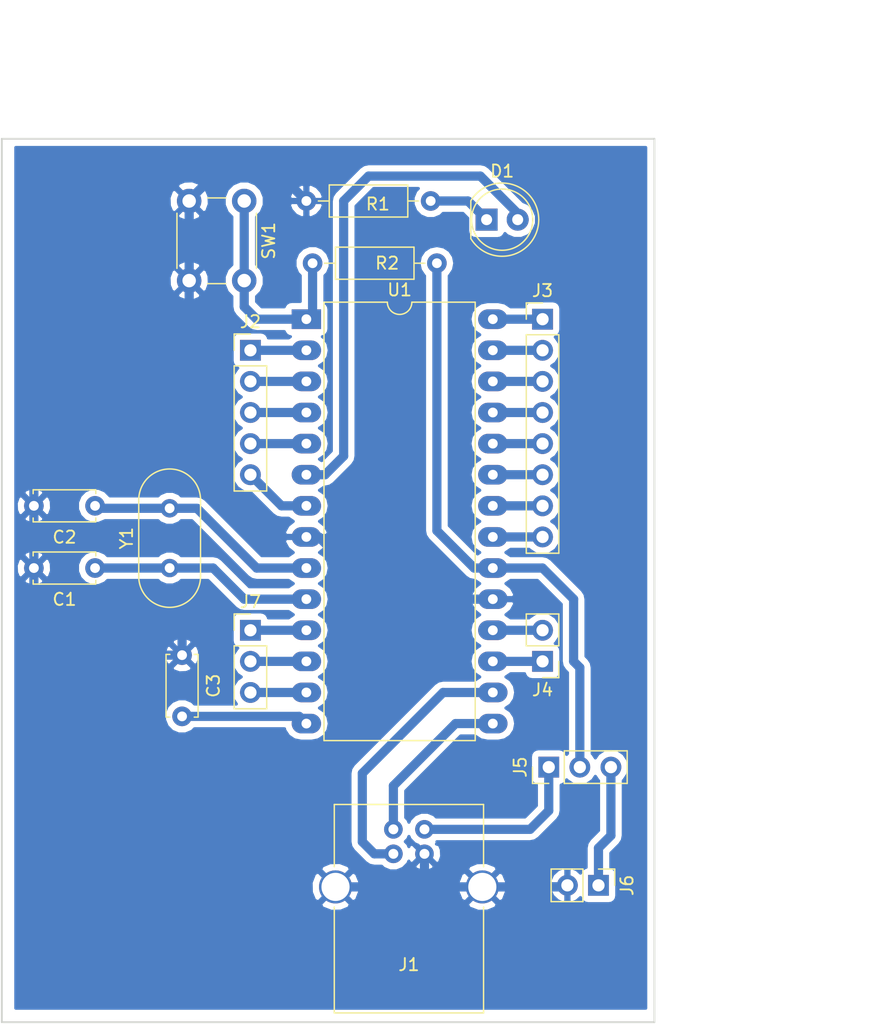
<source format=kicad_pcb>
(kicad_pcb (version 4) (host pcbnew 4.0.7)

  (general
    (links 45)
    (no_connects 0)
    (area 147.244999 72.060999 200.735001 144.347001)
    (thickness 1.6)
    (drawings 6)
    (tracks 99)
    (zones 0)
    (modules 16)
    (nets 31)
  )

  (page A4)
  (layers
    (0 F.Cu signal)
    (31 B.Cu signal)
    (32 B.Adhes user)
    (33 F.Adhes user)
    (34 B.Paste user)
    (35 F.Paste user)
    (36 B.SilkS user)
    (37 F.SilkS user)
    (38 B.Mask user)
    (39 F.Mask user)
    (40 Dwgs.User user)
    (41 Cmts.User user)
    (42 Eco1.User user)
    (43 Eco2.User user)
    (44 Edge.Cuts user)
    (45 Margin user)
    (46 B.CrtYd user)
    (47 F.CrtYd user)
    (48 B.Fab user)
    (49 F.Fab user)
  )

  (setup
    (last_trace_width 0.75)
    (trace_clearance 0.2)
    (zone_clearance 0.508)
    (zone_45_only no)
    (trace_min 0.2)
    (segment_width 0.2)
    (edge_width 0.15)
    (via_size 0.6)
    (via_drill 0.4)
    (via_min_size 0.4)
    (via_min_drill 0.3)
    (uvia_size 0.3)
    (uvia_drill 0.1)
    (uvias_allowed no)
    (uvia_min_size 0.2)
    (uvia_min_drill 0.1)
    (pcb_text_width 0.3)
    (pcb_text_size 1.5 1.5)
    (mod_edge_width 0.15)
    (mod_text_size 1 1)
    (mod_text_width 0.15)
    (pad_size 1.524 1.524)
    (pad_drill 0.762)
    (pad_to_mask_clearance 0.2)
    (aux_axis_origin 0 0)
    (visible_elements FFFFFF7F)
    (pcbplotparams
      (layerselection 0x00030_80000001)
      (usegerberextensions false)
      (excludeedgelayer true)
      (linewidth 0.100000)
      (plotframeref false)
      (viasonmask false)
      (mode 1)
      (useauxorigin false)
      (hpglpennumber 1)
      (hpglpenspeed 20)
      (hpglpendiameter 15)
      (hpglpenoverlay 2)
      (psnegative false)
      (psa4output false)
      (plotreference true)
      (plotvalue true)
      (plotinvisibletext false)
      (padsonsilk false)
      (subtractmaskfromsilk false)
      (outputformat 1)
      (mirror false)
      (drillshape 1)
      (scaleselection 1)
      (outputdirectory ""))
  )

  (net 0 "")
  (net 1 "Net-(C1-Pad1)")
  (net 2 GND)
  (net 3 "Net-(C2-Pad1)")
  (net 4 "Net-(C3-Pad2)")
  (net 5 "Net-(D1-Pad1)")
  (net 6 "Net-(D1-Pad2)")
  (net 7 "Net-(J1-Pad2)")
  (net 8 "Net-(J1-Pad1)")
  (net 9 "Net-(J1-Pad3)")
  (net 10 RA0)
  (net 11 RA1)
  (net 12 RA2)
  (net 13 RA3)
  (net 14 RA6)
  (net 15 "Net-(J3-Pad1)")
  (net 16 "Net-(J3-Pad2)")
  (net 17 "Net-(J3-Pad3)")
  (net 18 "Net-(J3-Pad4)")
  (net 19 "Net-(J3-Pad5)")
  (net 20 "Net-(J3-Pad6)")
  (net 21 "Net-(J3-Pad7)")
  (net 22 "Net-(J3-Pad8)")
  (net 23 "Net-(J4-Pad1)")
  (net 24 "Net-(J4-Pad2)")
  (net 25 "Net-(J5-Pad3)")
  (net 26 RC0)
  (net 27 RC1)
  (net 28 RC2)
  (net 29 "Net-(R2-Pad1)")
  (net 30 +5V)

  (net_class Default "Esta es la clase de red por defecto."
    (clearance 0.2)
    (trace_width 0.75)
    (via_dia 0.6)
    (via_drill 0.4)
    (uvia_dia 0.3)
    (uvia_drill 0.1)
    (add_net +5V)
    (add_net GND)
    (add_net "Net-(C1-Pad1)")
    (add_net "Net-(C2-Pad1)")
    (add_net "Net-(C3-Pad2)")
    (add_net "Net-(D1-Pad1)")
    (add_net "Net-(D1-Pad2)")
    (add_net "Net-(J1-Pad1)")
    (add_net "Net-(J1-Pad2)")
    (add_net "Net-(J1-Pad3)")
    (add_net "Net-(J3-Pad1)")
    (add_net "Net-(J3-Pad2)")
    (add_net "Net-(J3-Pad3)")
    (add_net "Net-(J3-Pad4)")
    (add_net "Net-(J3-Pad5)")
    (add_net "Net-(J3-Pad6)")
    (add_net "Net-(J3-Pad7)")
    (add_net "Net-(J3-Pad8)")
    (add_net "Net-(J4-Pad1)")
    (add_net "Net-(J4-Pad2)")
    (add_net "Net-(J5-Pad3)")
    (add_net "Net-(R2-Pad1)")
    (add_net RA0)
    (add_net RA1)
    (add_net RA2)
    (add_net RA3)
    (add_net RA6)
    (add_net RC0)
    (add_net RC1)
    (add_net RC2)
  )

  (module Capacitors_THT:C_Disc_D5.0mm_W2.5mm_P5.00mm (layer F.Cu) (tedit 597BC7C2) (tstamp 5AA5551E)
    (at 154.94 107.188 180)
    (descr "C, Disc series, Radial, pin pitch=5.00mm, , diameter*width=5*2.5mm^2, Capacitor, http://cdn-reichelt.de/documents/datenblatt/B300/DS_KERKO_TC.pdf")
    (tags "C Disc series Radial pin pitch 5.00mm  diameter 5mm width 2.5mm Capacitor")
    (path /5AA55323)
    (fp_text reference C1 (at 2.5 -2.56 180) (layer F.SilkS)
      (effects (font (size 1 1) (thickness 0.15)))
    )
    (fp_text value 22pF (at 2.5 2.56 180) (layer F.Fab)
      (effects (font (size 1 1) (thickness 0.15)))
    )
    (fp_line (start 0 -1.25) (end 0 1.25) (layer F.Fab) (width 0.1))
    (fp_line (start 0 1.25) (end 5 1.25) (layer F.Fab) (width 0.1))
    (fp_line (start 5 1.25) (end 5 -1.25) (layer F.Fab) (width 0.1))
    (fp_line (start 5 -1.25) (end 0 -1.25) (layer F.Fab) (width 0.1))
    (fp_line (start -0.06 -1.31) (end 5.06 -1.31) (layer F.SilkS) (width 0.12))
    (fp_line (start -0.06 1.31) (end 5.06 1.31) (layer F.SilkS) (width 0.12))
    (fp_line (start -0.06 -1.31) (end -0.06 -0.996) (layer F.SilkS) (width 0.12))
    (fp_line (start -0.06 0.996) (end -0.06 1.31) (layer F.SilkS) (width 0.12))
    (fp_line (start 5.06 -1.31) (end 5.06 -0.996) (layer F.SilkS) (width 0.12))
    (fp_line (start 5.06 0.996) (end 5.06 1.31) (layer F.SilkS) (width 0.12))
    (fp_line (start -1.05 -1.6) (end -1.05 1.6) (layer F.CrtYd) (width 0.05))
    (fp_line (start -1.05 1.6) (end 6.05 1.6) (layer F.CrtYd) (width 0.05))
    (fp_line (start 6.05 1.6) (end 6.05 -1.6) (layer F.CrtYd) (width 0.05))
    (fp_line (start 6.05 -1.6) (end -1.05 -1.6) (layer F.CrtYd) (width 0.05))
    (fp_text user %R (at 2.5 0 180) (layer F.Fab)
      (effects (font (size 1 1) (thickness 0.15)))
    )
    (pad 1 thru_hole circle (at 0 0 180) (size 1.6 1.6) (drill 0.8) (layers *.Cu *.Mask)
      (net 1 "Net-(C1-Pad1)"))
    (pad 2 thru_hole circle (at 5 0 180) (size 1.6 1.6) (drill 0.8) (layers *.Cu *.Mask)
      (net 2 GND))
    (model ${KISYS3DMOD}/Capacitors_THT.3dshapes/C_Disc_D5.0mm_W2.5mm_P5.00mm.wrl
      (at (xyz 0 0 0))
      (scale (xyz 1 1 1))
      (rotate (xyz 0 0 0))
    )
  )

  (module Capacitors_THT:C_Disc_D5.0mm_W2.5mm_P5.00mm (layer F.Cu) (tedit 597BC7C2) (tstamp 5AA55524)
    (at 154.94 102.108 180)
    (descr "C, Disc series, Radial, pin pitch=5.00mm, , diameter*width=5*2.5mm^2, Capacitor, http://cdn-reichelt.de/documents/datenblatt/B300/DS_KERKO_TC.pdf")
    (tags "C Disc series Radial pin pitch 5.00mm  diameter 5mm width 2.5mm Capacitor")
    (path /5AA55398)
    (fp_text reference C2 (at 2.5 -2.56 180) (layer F.SilkS)
      (effects (font (size 1 1) (thickness 0.15)))
    )
    (fp_text value 22pF (at 2.5 2.56 180) (layer F.Fab)
      (effects (font (size 1 1) (thickness 0.15)))
    )
    (fp_line (start 0 -1.25) (end 0 1.25) (layer F.Fab) (width 0.1))
    (fp_line (start 0 1.25) (end 5 1.25) (layer F.Fab) (width 0.1))
    (fp_line (start 5 1.25) (end 5 -1.25) (layer F.Fab) (width 0.1))
    (fp_line (start 5 -1.25) (end 0 -1.25) (layer F.Fab) (width 0.1))
    (fp_line (start -0.06 -1.31) (end 5.06 -1.31) (layer F.SilkS) (width 0.12))
    (fp_line (start -0.06 1.31) (end 5.06 1.31) (layer F.SilkS) (width 0.12))
    (fp_line (start -0.06 -1.31) (end -0.06 -0.996) (layer F.SilkS) (width 0.12))
    (fp_line (start -0.06 0.996) (end -0.06 1.31) (layer F.SilkS) (width 0.12))
    (fp_line (start 5.06 -1.31) (end 5.06 -0.996) (layer F.SilkS) (width 0.12))
    (fp_line (start 5.06 0.996) (end 5.06 1.31) (layer F.SilkS) (width 0.12))
    (fp_line (start -1.05 -1.6) (end -1.05 1.6) (layer F.CrtYd) (width 0.05))
    (fp_line (start -1.05 1.6) (end 6.05 1.6) (layer F.CrtYd) (width 0.05))
    (fp_line (start 6.05 1.6) (end 6.05 -1.6) (layer F.CrtYd) (width 0.05))
    (fp_line (start 6.05 -1.6) (end -1.05 -1.6) (layer F.CrtYd) (width 0.05))
    (fp_text user %R (at 2.5 0 180) (layer F.Fab)
      (effects (font (size 1 1) (thickness 0.15)))
    )
    (pad 1 thru_hole circle (at 0 0 180) (size 1.6 1.6) (drill 0.8) (layers *.Cu *.Mask)
      (net 3 "Net-(C2-Pad1)"))
    (pad 2 thru_hole circle (at 5 0 180) (size 1.6 1.6) (drill 0.8) (layers *.Cu *.Mask)
      (net 2 GND))
    (model ${KISYS3DMOD}/Capacitors_THT.3dshapes/C_Disc_D5.0mm_W2.5mm_P5.00mm.wrl
      (at (xyz 0 0 0))
      (scale (xyz 1 1 1))
      (rotate (xyz 0 0 0))
    )
  )

  (module Capacitors_THT:C_Disc_D5.0mm_W2.5mm_P5.00mm (layer F.Cu) (tedit 597BC7C2) (tstamp 5AA5552A)
    (at 162.052 114.3 270)
    (descr "C, Disc series, Radial, pin pitch=5.00mm, , diameter*width=5*2.5mm^2, Capacitor, http://cdn-reichelt.de/documents/datenblatt/B300/DS_KERKO_TC.pdf")
    (tags "C Disc series Radial pin pitch 5.00mm  diameter 5mm width 2.5mm Capacitor")
    (path /5AA5551E)
    (fp_text reference C3 (at 2.5 -2.56 270) (layer F.SilkS)
      (effects (font (size 1 1) (thickness 0.15)))
    )
    (fp_text value 220nF (at 2.5 2.56 270) (layer F.Fab)
      (effects (font (size 1 1) (thickness 0.15)))
    )
    (fp_line (start 0 -1.25) (end 0 1.25) (layer F.Fab) (width 0.1))
    (fp_line (start 0 1.25) (end 5 1.25) (layer F.Fab) (width 0.1))
    (fp_line (start 5 1.25) (end 5 -1.25) (layer F.Fab) (width 0.1))
    (fp_line (start 5 -1.25) (end 0 -1.25) (layer F.Fab) (width 0.1))
    (fp_line (start -0.06 -1.31) (end 5.06 -1.31) (layer F.SilkS) (width 0.12))
    (fp_line (start -0.06 1.31) (end 5.06 1.31) (layer F.SilkS) (width 0.12))
    (fp_line (start -0.06 -1.31) (end -0.06 -0.996) (layer F.SilkS) (width 0.12))
    (fp_line (start -0.06 0.996) (end -0.06 1.31) (layer F.SilkS) (width 0.12))
    (fp_line (start 5.06 -1.31) (end 5.06 -0.996) (layer F.SilkS) (width 0.12))
    (fp_line (start 5.06 0.996) (end 5.06 1.31) (layer F.SilkS) (width 0.12))
    (fp_line (start -1.05 -1.6) (end -1.05 1.6) (layer F.CrtYd) (width 0.05))
    (fp_line (start -1.05 1.6) (end 6.05 1.6) (layer F.CrtYd) (width 0.05))
    (fp_line (start 6.05 1.6) (end 6.05 -1.6) (layer F.CrtYd) (width 0.05))
    (fp_line (start 6.05 -1.6) (end -1.05 -1.6) (layer F.CrtYd) (width 0.05))
    (fp_text user %R (at 2.5 0 270) (layer F.Fab)
      (effects (font (size 1 1) (thickness 0.15)))
    )
    (pad 1 thru_hole circle (at 0 0 270) (size 1.6 1.6) (drill 0.8) (layers *.Cu *.Mask)
      (net 2 GND))
    (pad 2 thru_hole circle (at 5 0 270) (size 1.6 1.6) (drill 0.8) (layers *.Cu *.Mask)
      (net 4 "Net-(C3-Pad2)"))
    (model ${KISYS3DMOD}/Capacitors_THT.3dshapes/C_Disc_D5.0mm_W2.5mm_P5.00mm.wrl
      (at (xyz 0 0 0))
      (scale (xyz 1 1 1))
      (rotate (xyz 0 0 0))
    )
  )

  (module LEDs:LED_D5.0mm (layer F.Cu) (tedit 5AA558CB) (tstamp 5AA55530)
    (at 186.944 78.74)
    (descr "LED, diameter 5.0mm, 2 pins, http://cdn-reichelt.de/documents/datenblatt/A500/LL-504BC2E-009.pdf")
    (tags "LED diameter 5.0mm 2 pins")
    (path /5AA5568B)
    (fp_text reference D1 (at 1.27 -3.96) (layer F.SilkS)
      (effects (font (size 1 1) (thickness 0.15)))
    )
    (fp_text value LED (at 1.27 3.96) (layer F.Fab)
      (effects (font (size 1 1) (thickness 0.15)))
    )
    (fp_arc (start 1.27 0) (end -1.23 -1.469694) (angle 299.1) (layer F.Fab) (width 0.1))
    (fp_arc (start 1.27 0) (end -1.29 -1.54483) (angle 148.9) (layer F.SilkS) (width 0.12))
    (fp_arc (start 1.27 0) (end -1.29 1.54483) (angle -148.9) (layer F.SilkS) (width 0.12))
    (fp_circle (center 1.27 0) (end 3.77 0) (layer F.Fab) (width 0.1))
    (fp_circle (center 1.27 0) (end 3.77 0) (layer F.SilkS) (width 0.12))
    (fp_line (start -1.23 -1.469694) (end -1.23 1.469694) (layer F.Fab) (width 0.1))
    (fp_line (start -1.29 -1.545) (end -1.29 1.545) (layer F.SilkS) (width 0.12))
    (fp_line (start -1.95 -3.25) (end -1.95 3.25) (layer F.CrtYd) (width 0.05))
    (fp_line (start -1.95 3.25) (end 4.5 3.25) (layer F.CrtYd) (width 0.05))
    (fp_line (start 4.5 3.25) (end 4.5 -3.25) (layer F.CrtYd) (width 0.05))
    (fp_line (start 4.5 -3.25) (end -1.95 -3.25) (layer F.CrtYd) (width 0.05))
    (fp_text user %R (at 5.08 -1.778) (layer F.Fab)
      (effects (font (size 0.8 0.8) (thickness 0.2)))
    )
    (pad 1 thru_hole rect (at 0 0) (size 1.8 1.8) (drill 0.9) (layers *.Cu *.Mask)
      (net 5 "Net-(D1-Pad1)"))
    (pad 2 thru_hole circle (at 2.54 0) (size 1.8 1.8) (drill 0.9) (layers *.Cu *.Mask)
      (net 6 "Net-(D1-Pad2)"))
    (model ${KISYS3DMOD}/LEDs.3dshapes/LED_D5.0mm.wrl
      (at (xyz 0 0 0))
      (scale (xyz 0.393701 0.393701 0.393701))
      (rotate (xyz 0 0 0))
    )
  )

  (module Connectors:USB_B (layer F.Cu) (tedit 55B36073) (tstamp 5AA5553A)
    (at 181.864 128.524 270)
    (descr "USB B connector")
    (tags "USB_B USB_DEV")
    (path /5AA5441E)
    (fp_text reference J1 (at 11.05 1.27 360) (layer F.SilkS)
      (effects (font (size 1 1) (thickness 0.15)))
    )
    (fp_text value USB_B (at 4.7 1.27 360) (layer F.Fab)
      (effects (font (size 1 1) (thickness 0.15)))
    )
    (fp_line (start 15.25 8.9) (end -2.3 8.9) (layer F.CrtYd) (width 0.05))
    (fp_line (start -2.3 8.9) (end -2.3 -6.35) (layer F.CrtYd) (width 0.05))
    (fp_line (start -2.3 -6.35) (end 15.25 -6.35) (layer F.CrtYd) (width 0.05))
    (fp_line (start 15.25 -6.35) (end 15.25 8.9) (layer F.CrtYd) (width 0.05))
    (fp_line (start 6.35 7.37) (end 14.99 7.37) (layer F.SilkS) (width 0.12))
    (fp_line (start -2.03 7.37) (end 3.05 7.37) (layer F.SilkS) (width 0.12))
    (fp_line (start 6.35 -4.83) (end 14.99 -4.83) (layer F.SilkS) (width 0.12))
    (fp_line (start -2.03 -4.83) (end 3.05 -4.83) (layer F.SilkS) (width 0.12))
    (fp_line (start 14.99 -4.83) (end 14.99 7.37) (layer F.SilkS) (width 0.12))
    (fp_line (start -2.03 7.37) (end -2.03 -4.83) (layer F.SilkS) (width 0.12))
    (pad 2 thru_hole circle (at 0 2.54 180) (size 1.52 1.52) (drill 0.81) (layers *.Cu *.Mask)
      (net 7 "Net-(J1-Pad2)"))
    (pad 1 thru_hole circle (at 0 0 180) (size 1.52 1.52) (drill 0.81) (layers *.Cu *.Mask)
      (net 8 "Net-(J1-Pad1)"))
    (pad 4 thru_hole circle (at 2 0 180) (size 1.52 1.52) (drill 0.81) (layers *.Cu *.Mask)
      (net 2 GND))
    (pad 3 thru_hole circle (at 2 2.54 180) (size 1.52 1.52) (drill 0.81) (layers *.Cu *.Mask)
      (net 9 "Net-(J1-Pad3)"))
    (pad 5 thru_hole circle (at 4.7 7.27 180) (size 2.7 2.7) (drill 2.3) (layers *.Cu *.Mask)
      (net 2 GND))
    (pad 5 thru_hole circle (at 4.7 -4.73 180) (size 2.7 2.7) (drill 2.3) (layers *.Cu *.Mask)
      (net 2 GND))
    (model ${KISYS3DMOD}/Connectors.3dshapes/USB_B.wrl
      (at (xyz 0.18 -0.05 0))
      (scale (xyz 0.39 0.39 0.39))
      (rotate (xyz 0 0 -90))
    )
  )

  (module Pin_Headers:Pin_Header_Straight_1x05_Pitch2.54mm (layer F.Cu) (tedit 59650532) (tstamp 5AA55543)
    (at 167.64 89.408)
    (descr "Through hole straight pin header, 1x05, 2.54mm pitch, single row")
    (tags "Through hole pin header THT 1x05 2.54mm single row")
    (path /5AA573A3)
    (fp_text reference J2 (at 0 -2.33) (layer F.SilkS)
      (effects (font (size 1 1) (thickness 0.15)))
    )
    (fp_text value "RA (analog)" (at 0 12.49) (layer F.Fab)
      (effects (font (size 1 1) (thickness 0.15)))
    )
    (fp_line (start -0.635 -1.27) (end 1.27 -1.27) (layer F.Fab) (width 0.1))
    (fp_line (start 1.27 -1.27) (end 1.27 11.43) (layer F.Fab) (width 0.1))
    (fp_line (start 1.27 11.43) (end -1.27 11.43) (layer F.Fab) (width 0.1))
    (fp_line (start -1.27 11.43) (end -1.27 -0.635) (layer F.Fab) (width 0.1))
    (fp_line (start -1.27 -0.635) (end -0.635 -1.27) (layer F.Fab) (width 0.1))
    (fp_line (start -1.33 11.49) (end 1.33 11.49) (layer F.SilkS) (width 0.12))
    (fp_line (start -1.33 1.27) (end -1.33 11.49) (layer F.SilkS) (width 0.12))
    (fp_line (start 1.33 1.27) (end 1.33 11.49) (layer F.SilkS) (width 0.12))
    (fp_line (start -1.33 1.27) (end 1.33 1.27) (layer F.SilkS) (width 0.12))
    (fp_line (start -1.33 0) (end -1.33 -1.33) (layer F.SilkS) (width 0.12))
    (fp_line (start -1.33 -1.33) (end 0 -1.33) (layer F.SilkS) (width 0.12))
    (fp_line (start -1.8 -1.8) (end -1.8 11.95) (layer F.CrtYd) (width 0.05))
    (fp_line (start -1.8 11.95) (end 1.8 11.95) (layer F.CrtYd) (width 0.05))
    (fp_line (start 1.8 11.95) (end 1.8 -1.8) (layer F.CrtYd) (width 0.05))
    (fp_line (start 1.8 -1.8) (end -1.8 -1.8) (layer F.CrtYd) (width 0.05))
    (fp_text user %R (at 0 5.08 90) (layer F.Fab)
      (effects (font (size 1 1) (thickness 0.15)))
    )
    (pad 1 thru_hole rect (at 0 0) (size 1.7 1.7) (drill 1) (layers *.Cu *.Mask)
      (net 10 RA0))
    (pad 2 thru_hole oval (at 0 2.54) (size 1.7 1.7) (drill 1) (layers *.Cu *.Mask)
      (net 11 RA1))
    (pad 3 thru_hole oval (at 0 5.08) (size 1.7 1.7) (drill 1) (layers *.Cu *.Mask)
      (net 12 RA2))
    (pad 4 thru_hole oval (at 0 7.62) (size 1.7 1.7) (drill 1) (layers *.Cu *.Mask)
      (net 13 RA3))
    (pad 5 thru_hole oval (at 0 10.16) (size 1.7 1.7) (drill 1) (layers *.Cu *.Mask)
      (net 14 RA6))
    (model ${KISYS3DMOD}/Pin_Headers.3dshapes/Pin_Header_Straight_1x05_Pitch2.54mm.wrl
      (at (xyz 0 0 0))
      (scale (xyz 1 1 1))
      (rotate (xyz 0 0 0))
    )
  )

  (module Pin_Headers:Pin_Header_Straight_1x08_Pitch2.54mm (layer F.Cu) (tedit 5AA55892) (tstamp 5AA5554F)
    (at 191.516 86.868)
    (descr "Through hole straight pin header, 1x08, 2.54mm pitch, single row")
    (tags "Through hole pin header THT 1x08 2.54mm single row")
    (path /5AA56494)
    (fp_text reference J3 (at 0 -2.33) (layer F.SilkS)
      (effects (font (size 1 1) (thickness 0.15)))
    )
    (fp_text value RB (at 2.032 13.208 90) (layer F.Fab)
      (effects (font (size 1 1) (thickness 0.15)))
    )
    (fp_line (start -0.635 -1.27) (end 1.27 -1.27) (layer F.Fab) (width 0.1))
    (fp_line (start 1.27 -1.27) (end 1.27 19.05) (layer F.Fab) (width 0.1))
    (fp_line (start 1.27 19.05) (end -1.27 19.05) (layer F.Fab) (width 0.1))
    (fp_line (start -1.27 19.05) (end -1.27 -0.635) (layer F.Fab) (width 0.1))
    (fp_line (start -1.27 -0.635) (end -0.635 -1.27) (layer F.Fab) (width 0.1))
    (fp_line (start -1.33 19.11) (end 1.33 19.11) (layer F.SilkS) (width 0.12))
    (fp_line (start -1.33 1.27) (end -1.33 19.11) (layer F.SilkS) (width 0.12))
    (fp_line (start 1.33 1.27) (end 1.33 19.11) (layer F.SilkS) (width 0.12))
    (fp_line (start -1.33 1.27) (end 1.33 1.27) (layer F.SilkS) (width 0.12))
    (fp_line (start -1.33 0) (end -1.33 -1.33) (layer F.SilkS) (width 0.12))
    (fp_line (start -1.33 -1.33) (end 0 -1.33) (layer F.SilkS) (width 0.12))
    (fp_line (start -1.8 -1.8) (end -1.8 19.55) (layer F.CrtYd) (width 0.05))
    (fp_line (start -1.8 19.55) (end 1.8 19.55) (layer F.CrtYd) (width 0.05))
    (fp_line (start 1.8 19.55) (end 1.8 -1.8) (layer F.CrtYd) (width 0.05))
    (fp_line (start 1.8 -1.8) (end -1.8 -1.8) (layer F.CrtYd) (width 0.05))
    (fp_text user %R (at 0 8.89 90) (layer F.Fab)
      (effects (font (size 1 1) (thickness 0.15)))
    )
    (pad 1 thru_hole rect (at 0 0) (size 1.7 1.7) (drill 1) (layers *.Cu *.Mask)
      (net 15 "Net-(J3-Pad1)"))
    (pad 2 thru_hole oval (at 0 2.54) (size 1.7 1.7) (drill 1) (layers *.Cu *.Mask)
      (net 16 "Net-(J3-Pad2)"))
    (pad 3 thru_hole oval (at 0 5.08) (size 1.7 1.7) (drill 1) (layers *.Cu *.Mask)
      (net 17 "Net-(J3-Pad3)"))
    (pad 4 thru_hole oval (at 0 7.62) (size 1.7 1.7) (drill 1) (layers *.Cu *.Mask)
      (net 18 "Net-(J3-Pad4)"))
    (pad 5 thru_hole oval (at 0 10.16) (size 1.7 1.7) (drill 1) (layers *.Cu *.Mask)
      (net 19 "Net-(J3-Pad5)"))
    (pad 6 thru_hole oval (at 0 12.7) (size 1.7 1.7) (drill 1) (layers *.Cu *.Mask)
      (net 20 "Net-(J3-Pad6)"))
    (pad 7 thru_hole oval (at 0 15.24) (size 1.7 1.7) (drill 1) (layers *.Cu *.Mask)
      (net 21 "Net-(J3-Pad7)"))
    (pad 8 thru_hole oval (at 0 17.78) (size 1.7 1.7) (drill 1) (layers *.Cu *.Mask)
      (net 22 "Net-(J3-Pad8)"))
    (model ${KISYS3DMOD}/Pin_Headers.3dshapes/Pin_Header_Straight_1x08_Pitch2.54mm.wrl
      (at (xyz 0 0 0))
      (scale (xyz 1 1 1))
      (rotate (xyz 0 0 0))
    )
  )

  (module Pin_Headers:Pin_Header_Straight_1x02_Pitch2.54mm (layer F.Cu) (tedit 5AA55887) (tstamp 5AA55555)
    (at 191.516 114.808 180)
    (descr "Through hole straight pin header, 1x02, 2.54mm pitch, single row")
    (tags "Through hole pin header THT 1x02 2.54mm single row")
    (path /5AA56DAD)
    (fp_text reference J4 (at 0 -2.33 180) (layer F.SilkS)
      (effects (font (size 1 1) (thickness 0.15)))
    )
    (fp_text value "RC (Tx - Rx)" (at -3.048 2.54 450) (layer F.Fab)
      (effects (font (size 1 1) (thickness 0.15)))
    )
    (fp_line (start -0.635 -1.27) (end 1.27 -1.27) (layer F.Fab) (width 0.1))
    (fp_line (start 1.27 -1.27) (end 1.27 3.81) (layer F.Fab) (width 0.1))
    (fp_line (start 1.27 3.81) (end -1.27 3.81) (layer F.Fab) (width 0.1))
    (fp_line (start -1.27 3.81) (end -1.27 -0.635) (layer F.Fab) (width 0.1))
    (fp_line (start -1.27 -0.635) (end -0.635 -1.27) (layer F.Fab) (width 0.1))
    (fp_line (start -1.33 3.87) (end 1.33 3.87) (layer F.SilkS) (width 0.12))
    (fp_line (start -1.33 1.27) (end -1.33 3.87) (layer F.SilkS) (width 0.12))
    (fp_line (start 1.33 1.27) (end 1.33 3.87) (layer F.SilkS) (width 0.12))
    (fp_line (start -1.33 1.27) (end 1.33 1.27) (layer F.SilkS) (width 0.12))
    (fp_line (start -1.33 0) (end -1.33 -1.33) (layer F.SilkS) (width 0.12))
    (fp_line (start -1.33 -1.33) (end 0 -1.33) (layer F.SilkS) (width 0.12))
    (fp_line (start -1.8 -1.8) (end -1.8 4.35) (layer F.CrtYd) (width 0.05))
    (fp_line (start -1.8 4.35) (end 1.8 4.35) (layer F.CrtYd) (width 0.05))
    (fp_line (start 1.8 4.35) (end 1.8 -1.8) (layer F.CrtYd) (width 0.05))
    (fp_line (start 1.8 -1.8) (end -1.8 -1.8) (layer F.CrtYd) (width 0.05))
    (fp_text user %R (at 0 1.27 270) (layer F.Fab)
      (effects (font (size 1 1) (thickness 0.15)))
    )
    (pad 1 thru_hole rect (at 0 0 180) (size 1.7 1.7) (drill 1) (layers *.Cu *.Mask)
      (net 23 "Net-(J4-Pad1)"))
    (pad 2 thru_hole oval (at 0 2.54 180) (size 1.7 1.7) (drill 1) (layers *.Cu *.Mask)
      (net 24 "Net-(J4-Pad2)"))
    (model ${KISYS3DMOD}/Pin_Headers.3dshapes/Pin_Header_Straight_1x02_Pitch2.54mm.wrl
      (at (xyz 0 0 0))
      (scale (xyz 1 1 1))
      (rotate (xyz 0 0 0))
    )
  )

  (module Pin_Headers:Pin_Header_Straight_1x03_Pitch2.54mm (layer F.Cu) (tedit 5AA558AC) (tstamp 5AA5555C)
    (at 192.024 123.444 90)
    (descr "Through hole straight pin header, 1x03, 2.54mm pitch, single row")
    (tags "Through hole pin header THT 1x03 2.54mm single row")
    (path /5AA55D2A)
    (fp_text reference J5 (at 0 -2.33 90) (layer F.SilkS)
      (effects (font (size 1 1) (thickness 0.15)))
    )
    (fp_text value "Selector voltage" (at -2.032 0.508 180) (layer F.Fab)
      (effects (font (size 1 1) (thickness 0.15)))
    )
    (fp_line (start -0.635 -1.27) (end 1.27 -1.27) (layer F.Fab) (width 0.1))
    (fp_line (start 1.27 -1.27) (end 1.27 6.35) (layer F.Fab) (width 0.1))
    (fp_line (start 1.27 6.35) (end -1.27 6.35) (layer F.Fab) (width 0.1))
    (fp_line (start -1.27 6.35) (end -1.27 -0.635) (layer F.Fab) (width 0.1))
    (fp_line (start -1.27 -0.635) (end -0.635 -1.27) (layer F.Fab) (width 0.1))
    (fp_line (start -1.33 6.41) (end 1.33 6.41) (layer F.SilkS) (width 0.12))
    (fp_line (start -1.33 1.27) (end -1.33 6.41) (layer F.SilkS) (width 0.12))
    (fp_line (start 1.33 1.27) (end 1.33 6.41) (layer F.SilkS) (width 0.12))
    (fp_line (start -1.33 1.27) (end 1.33 1.27) (layer F.SilkS) (width 0.12))
    (fp_line (start -1.33 0) (end -1.33 -1.33) (layer F.SilkS) (width 0.12))
    (fp_line (start -1.33 -1.33) (end 0 -1.33) (layer F.SilkS) (width 0.12))
    (fp_line (start -1.8 -1.8) (end -1.8 6.85) (layer F.CrtYd) (width 0.05))
    (fp_line (start -1.8 6.85) (end 1.8 6.85) (layer F.CrtYd) (width 0.05))
    (fp_line (start 1.8 6.85) (end 1.8 -1.8) (layer F.CrtYd) (width 0.05))
    (fp_line (start 1.8 -1.8) (end -1.8 -1.8) (layer F.CrtYd) (width 0.05))
    (fp_text user %R (at 2.54 5.588 180) (layer F.Fab)
      (effects (font (size 1 1) (thickness 0.15)))
    )
    (pad 1 thru_hole rect (at 0 0 90) (size 1.7 1.7) (drill 1) (layers *.Cu *.Mask)
      (net 8 "Net-(J1-Pad1)"))
    (pad 2 thru_hole oval (at 0 2.54 90) (size 1.7 1.7) (drill 1) (layers *.Cu *.Mask)
      (net 30 +5V))
    (pad 3 thru_hole oval (at 0 5.08 90) (size 1.7 1.7) (drill 1) (layers *.Cu *.Mask)
      (net 25 "Net-(J5-Pad3)"))
    (model ${KISYS3DMOD}/Pin_Headers.3dshapes/Pin_Header_Straight_1x03_Pitch2.54mm.wrl
      (at (xyz 0 0 0))
      (scale (xyz 1 1 1))
      (rotate (xyz 0 0 0))
    )
  )

  (module Pin_Headers:Pin_Header_Straight_1x02_Pitch2.54mm (layer F.Cu) (tedit 5AA558A9) (tstamp 5AA55562)
    (at 196.088 133.096 270)
    (descr "Through hole straight pin header, 1x02, 2.54mm pitch, single row")
    (tags "Through hole pin header THT 1x02 2.54mm single row")
    (path /5AA55E97)
    (fp_text reference J6 (at 0 -2.33 270) (layer F.SilkS)
      (effects (font (size 1 1) (thickness 0.15)))
    )
    (fp_text value "+ / -" (at 2.286 1.016 360) (layer F.Fab)
      (effects (font (size 1 1) (thickness 0.15)))
    )
    (fp_line (start -0.635 -1.27) (end 1.27 -1.27) (layer F.Fab) (width 0.1))
    (fp_line (start 1.27 -1.27) (end 1.27 3.81) (layer F.Fab) (width 0.1))
    (fp_line (start 1.27 3.81) (end -1.27 3.81) (layer F.Fab) (width 0.1))
    (fp_line (start -1.27 3.81) (end -1.27 -0.635) (layer F.Fab) (width 0.1))
    (fp_line (start -1.27 -0.635) (end -0.635 -1.27) (layer F.Fab) (width 0.1))
    (fp_line (start -1.33 3.87) (end 1.33 3.87) (layer F.SilkS) (width 0.12))
    (fp_line (start -1.33 1.27) (end -1.33 3.87) (layer F.SilkS) (width 0.12))
    (fp_line (start 1.33 1.27) (end 1.33 3.87) (layer F.SilkS) (width 0.12))
    (fp_line (start -1.33 1.27) (end 1.33 1.27) (layer F.SilkS) (width 0.12))
    (fp_line (start -1.33 0) (end -1.33 -1.33) (layer F.SilkS) (width 0.12))
    (fp_line (start -1.33 -1.33) (end 0 -1.33) (layer F.SilkS) (width 0.12))
    (fp_line (start -1.8 -1.8) (end -1.8 4.35) (layer F.CrtYd) (width 0.05))
    (fp_line (start -1.8 4.35) (end 1.8 4.35) (layer F.CrtYd) (width 0.05))
    (fp_line (start 1.8 4.35) (end 1.8 -1.8) (layer F.CrtYd) (width 0.05))
    (fp_line (start 1.8 -1.8) (end -1.8 -1.8) (layer F.CrtYd) (width 0.05))
    (fp_text user %R (at -2.286 2.286 360) (layer F.Fab)
      (effects (font (size 1 1) (thickness 0.15)))
    )
    (pad 1 thru_hole rect (at 0 0 270) (size 1.7 1.7) (drill 1) (layers *.Cu *.Mask)
      (net 25 "Net-(J5-Pad3)"))
    (pad 2 thru_hole oval (at 0 2.54 270) (size 1.7 1.7) (drill 1) (layers *.Cu *.Mask)
      (net 2 GND))
    (model ${KISYS3DMOD}/Pin_Headers.3dshapes/Pin_Header_Straight_1x02_Pitch2.54mm.wrl
      (at (xyz 0 0 0))
      (scale (xyz 1 1 1))
      (rotate (xyz 0 0 0))
    )
  )

  (module Pin_Headers:Pin_Header_Straight_1x03_Pitch2.54mm (layer F.Cu) (tedit 59650532) (tstamp 5AA55569)
    (at 167.64 112.268)
    (descr "Through hole straight pin header, 1x03, 2.54mm pitch, single row")
    (tags "Through hole pin header THT 1x03 2.54mm single row")
    (path /5AA5733D)
    (fp_text reference J7 (at 0 -2.33) (layer F.SilkS)
      (effects (font (size 1 1) (thickness 0.15)))
    )
    (fp_text value RC (at 0 7.41) (layer F.Fab)
      (effects (font (size 1 1) (thickness 0.15)))
    )
    (fp_line (start -0.635 -1.27) (end 1.27 -1.27) (layer F.Fab) (width 0.1))
    (fp_line (start 1.27 -1.27) (end 1.27 6.35) (layer F.Fab) (width 0.1))
    (fp_line (start 1.27 6.35) (end -1.27 6.35) (layer F.Fab) (width 0.1))
    (fp_line (start -1.27 6.35) (end -1.27 -0.635) (layer F.Fab) (width 0.1))
    (fp_line (start -1.27 -0.635) (end -0.635 -1.27) (layer F.Fab) (width 0.1))
    (fp_line (start -1.33 6.41) (end 1.33 6.41) (layer F.SilkS) (width 0.12))
    (fp_line (start -1.33 1.27) (end -1.33 6.41) (layer F.SilkS) (width 0.12))
    (fp_line (start 1.33 1.27) (end 1.33 6.41) (layer F.SilkS) (width 0.12))
    (fp_line (start -1.33 1.27) (end 1.33 1.27) (layer F.SilkS) (width 0.12))
    (fp_line (start -1.33 0) (end -1.33 -1.33) (layer F.SilkS) (width 0.12))
    (fp_line (start -1.33 -1.33) (end 0 -1.33) (layer F.SilkS) (width 0.12))
    (fp_line (start -1.8 -1.8) (end -1.8 6.85) (layer F.CrtYd) (width 0.05))
    (fp_line (start -1.8 6.85) (end 1.8 6.85) (layer F.CrtYd) (width 0.05))
    (fp_line (start 1.8 6.85) (end 1.8 -1.8) (layer F.CrtYd) (width 0.05))
    (fp_line (start 1.8 -1.8) (end -1.8 -1.8) (layer F.CrtYd) (width 0.05))
    (fp_text user %R (at 0 2.54 90) (layer F.Fab)
      (effects (font (size 1 1) (thickness 0.15)))
    )
    (pad 1 thru_hole rect (at 0 0) (size 1.7 1.7) (drill 1) (layers *.Cu *.Mask)
      (net 26 RC0))
    (pad 2 thru_hole oval (at 0 2.54) (size 1.7 1.7) (drill 1) (layers *.Cu *.Mask)
      (net 27 RC1))
    (pad 3 thru_hole oval (at 0 5.08) (size 1.7 1.7) (drill 1) (layers *.Cu *.Mask)
      (net 28 RC2))
    (model ${KISYS3DMOD}/Pin_Headers.3dshapes/Pin_Header_Straight_1x03_Pitch2.54mm.wrl
      (at (xyz 0 0 0))
      (scale (xyz 1 1 1))
      (rotate (xyz 0 0 0))
    )
  )

  (module Resistors_THT:R_Axial_DIN0207_L6.3mm_D2.5mm_P10.16mm_Horizontal (layer F.Cu) (tedit 5AA558B8) (tstamp 5AA5556F)
    (at 182.372 77.216 180)
    (descr "Resistor, Axial_DIN0207 series, Axial, Horizontal, pin pitch=10.16mm, 0.25W = 1/4W, length*diameter=6.3*2.5mm^2, http://cdn-reichelt.de/documents/datenblatt/B400/1_4W%23YAG.pdf")
    (tags "Resistor Axial_DIN0207 series Axial Horizontal pin pitch 10.16mm 0.25W = 1/4W length 6.3mm diameter 2.5mm")
    (path /5AA556D8)
    (fp_text reference R1 (at 4.318 -0.254 180) (layer F.SilkS)
      (effects (font (size 1 1) (thickness 0.15)))
    )
    (fp_text value 470R (at 5.08 2.31 180) (layer F.Fab)
      (effects (font (size 1 1) (thickness 0.15)))
    )
    (fp_line (start 1.93 -1.25) (end 1.93 1.25) (layer F.Fab) (width 0.1))
    (fp_line (start 1.93 1.25) (end 8.23 1.25) (layer F.Fab) (width 0.1))
    (fp_line (start 8.23 1.25) (end 8.23 -1.25) (layer F.Fab) (width 0.1))
    (fp_line (start 8.23 -1.25) (end 1.93 -1.25) (layer F.Fab) (width 0.1))
    (fp_line (start 0 0) (end 1.93 0) (layer F.Fab) (width 0.1))
    (fp_line (start 10.16 0) (end 8.23 0) (layer F.Fab) (width 0.1))
    (fp_line (start 1.87 -1.31) (end 1.87 1.31) (layer F.SilkS) (width 0.12))
    (fp_line (start 1.87 1.31) (end 8.29 1.31) (layer F.SilkS) (width 0.12))
    (fp_line (start 8.29 1.31) (end 8.29 -1.31) (layer F.SilkS) (width 0.12))
    (fp_line (start 8.29 -1.31) (end 1.87 -1.31) (layer F.SilkS) (width 0.12))
    (fp_line (start 0.98 0) (end 1.87 0) (layer F.SilkS) (width 0.12))
    (fp_line (start 9.18 0) (end 8.29 0) (layer F.SilkS) (width 0.12))
    (fp_line (start -1.05 -1.6) (end -1.05 1.6) (layer F.CrtYd) (width 0.05))
    (fp_line (start -1.05 1.6) (end 11.25 1.6) (layer F.CrtYd) (width 0.05))
    (fp_line (start 11.25 1.6) (end 11.25 -1.6) (layer F.CrtYd) (width 0.05))
    (fp_line (start 11.25 -1.6) (end -1.05 -1.6) (layer F.CrtYd) (width 0.05))
    (pad 1 thru_hole circle (at 0 0 180) (size 1.6 1.6) (drill 0.8) (layers *.Cu *.Mask)
      (net 5 "Net-(D1-Pad1)"))
    (pad 2 thru_hole oval (at 10.16 0 180) (size 1.6 1.6) (drill 0.8) (layers *.Cu *.Mask)
      (net 2 GND))
    (model ${KISYS3DMOD}/Resistors_THT.3dshapes/R_Axial_DIN0207_L6.3mm_D2.5mm_P10.16mm_Horizontal.wrl
      (at (xyz 0 0 0))
      (scale (xyz 0.393701 0.393701 0.393701))
      (rotate (xyz 0 0 0))
    )
  )

  (module Resistors_THT:R_Axial_DIN0207_L6.3mm_D2.5mm_P10.16mm_Horizontal (layer F.Cu) (tedit 5AA558BF) (tstamp 5AA55575)
    (at 172.72 82.296)
    (descr "Resistor, Axial_DIN0207 series, Axial, Horizontal, pin pitch=10.16mm, 0.25W = 1/4W, length*diameter=6.3*2.5mm^2, http://cdn-reichelt.de/documents/datenblatt/B400/1_4W%23YAG.pdf")
    (tags "Resistor Axial_DIN0207 series Axial Horizontal pin pitch 10.16mm 0.25W = 1/4W length 6.3mm diameter 2.5mm")
    (path /5AA558EC)
    (fp_text reference R2 (at 6.096 0) (layer F.SilkS)
      (effects (font (size 1 1) (thickness 0.15)))
    )
    (fp_text value 10K (at 3.556 0) (layer F.Fab)
      (effects (font (size 1 1) (thickness 0.15)))
    )
    (fp_line (start 1.93 -1.25) (end 1.93 1.25) (layer F.Fab) (width 0.1))
    (fp_line (start 1.93 1.25) (end 8.23 1.25) (layer F.Fab) (width 0.1))
    (fp_line (start 8.23 1.25) (end 8.23 -1.25) (layer F.Fab) (width 0.1))
    (fp_line (start 8.23 -1.25) (end 1.93 -1.25) (layer F.Fab) (width 0.1))
    (fp_line (start 0 0) (end 1.93 0) (layer F.Fab) (width 0.1))
    (fp_line (start 10.16 0) (end 8.23 0) (layer F.Fab) (width 0.1))
    (fp_line (start 1.87 -1.31) (end 1.87 1.31) (layer F.SilkS) (width 0.12))
    (fp_line (start 1.87 1.31) (end 8.29 1.31) (layer F.SilkS) (width 0.12))
    (fp_line (start 8.29 1.31) (end 8.29 -1.31) (layer F.SilkS) (width 0.12))
    (fp_line (start 8.29 -1.31) (end 1.87 -1.31) (layer F.SilkS) (width 0.12))
    (fp_line (start 0.98 0) (end 1.87 0) (layer F.SilkS) (width 0.12))
    (fp_line (start 9.18 0) (end 8.29 0) (layer F.SilkS) (width 0.12))
    (fp_line (start -1.05 -1.6) (end -1.05 1.6) (layer F.CrtYd) (width 0.05))
    (fp_line (start -1.05 1.6) (end 11.25 1.6) (layer F.CrtYd) (width 0.05))
    (fp_line (start 11.25 1.6) (end 11.25 -1.6) (layer F.CrtYd) (width 0.05))
    (fp_line (start 11.25 -1.6) (end -1.05 -1.6) (layer F.CrtYd) (width 0.05))
    (pad 1 thru_hole circle (at 0 0) (size 1.6 1.6) (drill 0.8) (layers *.Cu *.Mask)
      (net 29 "Net-(R2-Pad1)"))
    (pad 2 thru_hole oval (at 10.16 0) (size 1.6 1.6) (drill 0.8) (layers *.Cu *.Mask)
      (net 30 +5V))
    (model ${KISYS3DMOD}/Resistors_THT.3dshapes/R_Axial_DIN0207_L6.3mm_D2.5mm_P10.16mm_Horizontal.wrl
      (at (xyz 0 0 0))
      (scale (xyz 0.393701 0.393701 0.393701))
      (rotate (xyz 0 0 0))
    )
  )

  (module Buttons_Switches_THT:SW_PUSH_6mm_h5mm (layer F.Cu) (tedit 5923F252) (tstamp 5AA5557D)
    (at 167.132 77.216 270)
    (descr "tactile push button, 6x6mm e.g. PHAP33xx series, height=5mm")
    (tags "tact sw push 6mm")
    (path /5AA55867)
    (fp_text reference SW1 (at 3.25 -2 270) (layer F.SilkS)
      (effects (font (size 1 1) (thickness 0.15)))
    )
    (fp_text value Reset (at 3.75 6.7 270) (layer F.Fab)
      (effects (font (size 1 1) (thickness 0.15)))
    )
    (fp_text user %R (at 3.25 2.25 270) (layer F.Fab)
      (effects (font (size 1 1) (thickness 0.15)))
    )
    (fp_line (start 3.25 -0.75) (end 6.25 -0.75) (layer F.Fab) (width 0.1))
    (fp_line (start 6.25 -0.75) (end 6.25 5.25) (layer F.Fab) (width 0.1))
    (fp_line (start 6.25 5.25) (end 0.25 5.25) (layer F.Fab) (width 0.1))
    (fp_line (start 0.25 5.25) (end 0.25 -0.75) (layer F.Fab) (width 0.1))
    (fp_line (start 0.25 -0.75) (end 3.25 -0.75) (layer F.Fab) (width 0.1))
    (fp_line (start 7.75 6) (end 8 6) (layer F.CrtYd) (width 0.05))
    (fp_line (start 8 6) (end 8 5.75) (layer F.CrtYd) (width 0.05))
    (fp_line (start 7.75 -1.5) (end 8 -1.5) (layer F.CrtYd) (width 0.05))
    (fp_line (start 8 -1.5) (end 8 -1.25) (layer F.CrtYd) (width 0.05))
    (fp_line (start -1.5 -1.25) (end -1.5 -1.5) (layer F.CrtYd) (width 0.05))
    (fp_line (start -1.5 -1.5) (end -1.25 -1.5) (layer F.CrtYd) (width 0.05))
    (fp_line (start -1.5 5.75) (end -1.5 6) (layer F.CrtYd) (width 0.05))
    (fp_line (start -1.5 6) (end -1.25 6) (layer F.CrtYd) (width 0.05))
    (fp_line (start -1.25 -1.5) (end 7.75 -1.5) (layer F.CrtYd) (width 0.05))
    (fp_line (start -1.5 5.75) (end -1.5 -1.25) (layer F.CrtYd) (width 0.05))
    (fp_line (start 7.75 6) (end -1.25 6) (layer F.CrtYd) (width 0.05))
    (fp_line (start 8 -1.25) (end 8 5.75) (layer F.CrtYd) (width 0.05))
    (fp_line (start 1 5.5) (end 5.5 5.5) (layer F.SilkS) (width 0.12))
    (fp_line (start -0.25 1.5) (end -0.25 3) (layer F.SilkS) (width 0.12))
    (fp_line (start 5.5 -1) (end 1 -1) (layer F.SilkS) (width 0.12))
    (fp_line (start 6.75 3) (end 6.75 1.5) (layer F.SilkS) (width 0.12))
    (fp_circle (center 3.25 2.25) (end 1.25 2.5) (layer F.Fab) (width 0.1))
    (pad 2 thru_hole circle (at 0 4.5) (size 2 2) (drill 1.1) (layers *.Cu *.Mask)
      (net 2 GND))
    (pad 1 thru_hole circle (at 0 0) (size 2 2) (drill 1.1) (layers *.Cu *.Mask)
      (net 29 "Net-(R2-Pad1)"))
    (pad 2 thru_hole circle (at 6.5 4.5) (size 2 2) (drill 1.1) (layers *.Cu *.Mask)
      (net 2 GND))
    (pad 1 thru_hole circle (at 6.5 0) (size 2 2) (drill 1.1) (layers *.Cu *.Mask)
      (net 29 "Net-(R2-Pad1)"))
    (model ${KISYS3DMOD}/Buttons_Switches_THT.3dshapes/SW_PUSH_6mm_h5mm.wrl
      (at (xyz 0.005 0 0))
      (scale (xyz 0.3937 0.3937 0.3937))
      (rotate (xyz 0 0 0))
    )
  )

  (module Housings_DIP:DIP-28_W15.24mm_LongPads (layer F.Cu) (tedit 58CC8E2F) (tstamp 5AA5559D)
    (at 172.212 86.868)
    (descr "28-lead dip package, row spacing 15.24 mm (600 mils), LongPads")
    (tags "DIL DIP PDIP 2.54mm 15.24mm 600mil LongPads")
    (path /5AA543BA)
    (fp_text reference U1 (at 7.62 -2.39) (layer F.SilkS)
      (effects (font (size 1 1) (thickness 0.15)))
    )
    (fp_text value PIC18F2550-ISP (at 7.62 35.41) (layer F.Fab)
      (effects (font (size 1 1) (thickness 0.15)))
    )
    (fp_text user %R (at 7.62 16.51) (layer F.Fab)
      (effects (font (size 1 1) (thickness 0.15)))
    )
    (fp_line (start 1.255 -1.27) (end 14.985 -1.27) (layer F.Fab) (width 0.1))
    (fp_line (start 14.985 -1.27) (end 14.985 34.29) (layer F.Fab) (width 0.1))
    (fp_line (start 14.985 34.29) (end 0.255 34.29) (layer F.Fab) (width 0.1))
    (fp_line (start 0.255 34.29) (end 0.255 -0.27) (layer F.Fab) (width 0.1))
    (fp_line (start 0.255 -0.27) (end 1.255 -1.27) (layer F.Fab) (width 0.1))
    (fp_line (start 6.62 -1.39) (end 1.44 -1.39) (layer F.SilkS) (width 0.12))
    (fp_line (start 1.44 -1.39) (end 1.44 34.41) (layer F.SilkS) (width 0.12))
    (fp_line (start 1.44 34.41) (end 13.8 34.41) (layer F.SilkS) (width 0.12))
    (fp_line (start 13.8 34.41) (end 13.8 -1.39) (layer F.SilkS) (width 0.12))
    (fp_line (start 13.8 -1.39) (end 8.62 -1.39) (layer F.SilkS) (width 0.12))
    (fp_line (start -1.5 -1.6) (end -1.5 34.6) (layer F.CrtYd) (width 0.05))
    (fp_line (start -1.5 34.6) (end 16.7 34.6) (layer F.CrtYd) (width 0.05))
    (fp_line (start 16.7 34.6) (end 16.7 -1.6) (layer F.CrtYd) (width 0.05))
    (fp_line (start 16.7 -1.6) (end -1.5 -1.6) (layer F.CrtYd) (width 0.05))
    (fp_arc (start 7.62 -1.39) (end 6.62 -1.39) (angle -180) (layer F.SilkS) (width 0.12))
    (pad 1 thru_hole rect (at 0 0) (size 2.4 1.6) (drill 0.8) (layers *.Cu *.Mask)
      (net 29 "Net-(R2-Pad1)"))
    (pad 15 thru_hole oval (at 15.24 33.02) (size 2.4 1.6) (drill 0.8) (layers *.Cu *.Mask)
      (net 7 "Net-(J1-Pad2)"))
    (pad 2 thru_hole oval (at 0 2.54) (size 2.4 1.6) (drill 0.8) (layers *.Cu *.Mask)
      (net 10 RA0))
    (pad 16 thru_hole oval (at 15.24 30.48) (size 2.4 1.6) (drill 0.8) (layers *.Cu *.Mask)
      (net 9 "Net-(J1-Pad3)"))
    (pad 3 thru_hole oval (at 0 5.08) (size 2.4 1.6) (drill 0.8) (layers *.Cu *.Mask)
      (net 11 RA1))
    (pad 17 thru_hole oval (at 15.24 27.94) (size 2.4 1.6) (drill 0.8) (layers *.Cu *.Mask)
      (net 23 "Net-(J4-Pad1)"))
    (pad 4 thru_hole oval (at 0 7.62) (size 2.4 1.6) (drill 0.8) (layers *.Cu *.Mask)
      (net 12 RA2))
    (pad 18 thru_hole oval (at 15.24 25.4) (size 2.4 1.6) (drill 0.8) (layers *.Cu *.Mask)
      (net 24 "Net-(J4-Pad2)"))
    (pad 5 thru_hole oval (at 0 10.16) (size 2.4 1.6) (drill 0.8) (layers *.Cu *.Mask)
      (net 13 RA3))
    (pad 19 thru_hole oval (at 15.24 22.86) (size 2.4 1.6) (drill 0.8) (layers *.Cu *.Mask)
      (net 2 GND))
    (pad 6 thru_hole oval (at 0 12.7) (size 2.4 1.6) (drill 0.8) (layers *.Cu *.Mask)
      (net 6 "Net-(D1-Pad2)"))
    (pad 20 thru_hole oval (at 15.24 20.32) (size 2.4 1.6) (drill 0.8) (layers *.Cu *.Mask)
      (net 30 +5V))
    (pad 7 thru_hole oval (at 0 15.24) (size 2.4 1.6) (drill 0.8) (layers *.Cu *.Mask)
      (net 14 RA6))
    (pad 21 thru_hole oval (at 15.24 17.78) (size 2.4 1.6) (drill 0.8) (layers *.Cu *.Mask)
      (net 22 "Net-(J3-Pad8)"))
    (pad 8 thru_hole oval (at 0 17.78) (size 2.4 1.6) (drill 0.8) (layers *.Cu *.Mask)
      (net 2 GND))
    (pad 22 thru_hole oval (at 15.24 15.24) (size 2.4 1.6) (drill 0.8) (layers *.Cu *.Mask)
      (net 21 "Net-(J3-Pad7)"))
    (pad 9 thru_hole oval (at 0 20.32) (size 2.4 1.6) (drill 0.8) (layers *.Cu *.Mask)
      (net 3 "Net-(C2-Pad1)"))
    (pad 23 thru_hole oval (at 15.24 12.7) (size 2.4 1.6) (drill 0.8) (layers *.Cu *.Mask)
      (net 20 "Net-(J3-Pad6)"))
    (pad 10 thru_hole oval (at 0 22.86) (size 2.4 1.6) (drill 0.8) (layers *.Cu *.Mask)
      (net 1 "Net-(C1-Pad1)"))
    (pad 24 thru_hole oval (at 15.24 10.16) (size 2.4 1.6) (drill 0.8) (layers *.Cu *.Mask)
      (net 19 "Net-(J3-Pad5)"))
    (pad 11 thru_hole oval (at 0 25.4) (size 2.4 1.6) (drill 0.8) (layers *.Cu *.Mask)
      (net 26 RC0))
    (pad 25 thru_hole oval (at 15.24 7.62) (size 2.4 1.6) (drill 0.8) (layers *.Cu *.Mask)
      (net 18 "Net-(J3-Pad4)"))
    (pad 12 thru_hole oval (at 0 27.94) (size 2.4 1.6) (drill 0.8) (layers *.Cu *.Mask)
      (net 27 RC1))
    (pad 26 thru_hole oval (at 15.24 5.08) (size 2.4 1.6) (drill 0.8) (layers *.Cu *.Mask)
      (net 17 "Net-(J3-Pad3)"))
    (pad 13 thru_hole oval (at 0 30.48) (size 2.4 1.6) (drill 0.8) (layers *.Cu *.Mask)
      (net 28 RC2))
    (pad 27 thru_hole oval (at 15.24 2.54) (size 2.4 1.6) (drill 0.8) (layers *.Cu *.Mask)
      (net 16 "Net-(J3-Pad2)"))
    (pad 14 thru_hole oval (at 0 33.02) (size 2.4 1.6) (drill 0.8) (layers *.Cu *.Mask)
      (net 4 "Net-(C3-Pad2)"))
    (pad 28 thru_hole oval (at 15.24 0) (size 2.4 1.6) (drill 0.8) (layers *.Cu *.Mask)
      (net 15 "Net-(J3-Pad1)"))
    (model ${KISYS3DMOD}/Housings_DIP.3dshapes/DIP-28_W15.24mm_LongPads.wrl
      (at (xyz 0 0 0))
      (scale (xyz 1 1 1))
      (rotate (xyz 0 0 0))
    )
  )

  (module Crystals:Crystal_HC49-U_Vertical (layer F.Cu) (tedit 58CD2E9C) (tstamp 5AA555A3)
    (at 161.036 107.188 90)
    (descr "Crystal THT HC-49/U http://5hertz.com/pdfs/04404_D.pdf")
    (tags "THT crystalHC-49/U")
    (path /5AA549D0)
    (fp_text reference Y1 (at 2.44 -3.525 90) (layer F.SilkS)
      (effects (font (size 1 1) (thickness 0.15)))
    )
    (fp_text value Crystal (at 2.44 3.525 90) (layer F.Fab)
      (effects (font (size 1 1) (thickness 0.15)))
    )
    (fp_text user %R (at 2.44 0 90) (layer F.Fab)
      (effects (font (size 1 1) (thickness 0.15)))
    )
    (fp_line (start -0.685 -2.325) (end 5.565 -2.325) (layer F.Fab) (width 0.1))
    (fp_line (start -0.685 2.325) (end 5.565 2.325) (layer F.Fab) (width 0.1))
    (fp_line (start -0.56 -2) (end 5.44 -2) (layer F.Fab) (width 0.1))
    (fp_line (start -0.56 2) (end 5.44 2) (layer F.Fab) (width 0.1))
    (fp_line (start -0.685 -2.525) (end 5.565 -2.525) (layer F.SilkS) (width 0.12))
    (fp_line (start -0.685 2.525) (end 5.565 2.525) (layer F.SilkS) (width 0.12))
    (fp_line (start -3.5 -2.8) (end -3.5 2.8) (layer F.CrtYd) (width 0.05))
    (fp_line (start -3.5 2.8) (end 8.4 2.8) (layer F.CrtYd) (width 0.05))
    (fp_line (start 8.4 2.8) (end 8.4 -2.8) (layer F.CrtYd) (width 0.05))
    (fp_line (start 8.4 -2.8) (end -3.5 -2.8) (layer F.CrtYd) (width 0.05))
    (fp_arc (start -0.685 0) (end -0.685 -2.325) (angle -180) (layer F.Fab) (width 0.1))
    (fp_arc (start 5.565 0) (end 5.565 -2.325) (angle 180) (layer F.Fab) (width 0.1))
    (fp_arc (start -0.56 0) (end -0.56 -2) (angle -180) (layer F.Fab) (width 0.1))
    (fp_arc (start 5.44 0) (end 5.44 -2) (angle 180) (layer F.Fab) (width 0.1))
    (fp_arc (start -0.685 0) (end -0.685 -2.525) (angle -180) (layer F.SilkS) (width 0.12))
    (fp_arc (start 5.565 0) (end 5.565 -2.525) (angle 180) (layer F.SilkS) (width 0.12))
    (pad 1 thru_hole circle (at 0 0 90) (size 1.5 1.5) (drill 0.8) (layers *.Cu *.Mask)
      (net 1 "Net-(C1-Pad1)"))
    (pad 2 thru_hole circle (at 4.88 0 90) (size 1.5 1.5) (drill 0.8) (layers *.Cu *.Mask)
      (net 3 "Net-(C2-Pad1)"))
    (model ${KISYS3DMOD}/Crystals.3dshapes/Crystal_HC49-U_Vertical.wrl
      (at (xyz 0 0 0))
      (scale (xyz 0.393701 0.393701 0.393701))
      (rotate (xyz 0 0 0))
    )
  )

  (dimension 72.136 (width 0.3) (layer Cmts.User)
    (gr_text 72,136mm (at 217.25 108.204 270) (layer Cmts.User)
      (effects (font (size 1.5 1.5) (thickness 0.3)))
    )
    (feature1 (pts (xy 202.692 144.272) (xy 218.6 144.272)))
    (feature2 (pts (xy 202.692 72.136) (xy 218.6 72.136)))
    (crossbar (pts (xy 215.9 72.136) (xy 215.9 144.272)))
    (arrow1a (pts (xy 215.9 144.272) (xy 215.313579 143.145496)))
    (arrow1b (pts (xy 215.9 144.272) (xy 216.486421 143.145496)))
    (arrow2a (pts (xy 215.9 72.136) (xy 215.313579 73.262504)))
    (arrow2b (pts (xy 215.9 72.136) (xy 216.486421 73.262504)))
  )
  (dimension 53.34 (width 0.3) (layer Cmts.User)
    (gr_text 53,340mm (at 173.99 62.658) (layer Cmts.User)
      (effects (font (size 1.5 1.5) (thickness 0.3)))
    )
    (feature1 (pts (xy 200.66 68.58) (xy 200.66 61.308)))
    (feature2 (pts (xy 147.32 68.58) (xy 147.32 61.308)))
    (crossbar (pts (xy 147.32 64.008) (xy 200.66 64.008)))
    (arrow1a (pts (xy 200.66 64.008) (xy 199.533496 64.594421)))
    (arrow1b (pts (xy 200.66 64.008) (xy 199.533496 63.421579)))
    (arrow2a (pts (xy 147.32 64.008) (xy 148.446504 64.594421)))
    (arrow2b (pts (xy 147.32 64.008) (xy 148.446504 63.421579)))
  )
  (gr_line (start 147.32 144.272) (end 147.32 72.136) (angle 90) (layer Edge.Cuts) (width 0.15))
  (gr_line (start 200.66 144.272) (end 147.32 144.272) (angle 90) (layer Edge.Cuts) (width 0.15))
  (gr_line (start 200.66 72.136) (end 200.66 144.272) (angle 90) (layer Edge.Cuts) (width 0.15))
  (gr_line (start 147.32 72.136) (end 200.66 72.136) (angle 90) (layer Edge.Cuts) (width 0.15))

  (segment (start 161.036 107.188) (end 154.94 107.188) (width 0.75) (layer B.Cu) (net 1))
  (segment (start 172.212 109.728) (end 167.132 109.728) (width 0.75) (layer B.Cu) (net 1))
  (segment (start 164.592 107.188) (end 161.036 107.188) (width 0.75) (layer B.Cu) (net 1) (tstamp 5AA55BD6))
  (segment (start 167.132 109.728) (end 164.592 107.188) (width 0.75) (layer B.Cu) (net 1) (tstamp 5AA55BD5))
  (segment (start 162.632 83.716) (end 162.632 94.416) (width 0.75) (layer B.Cu) (net 2))
  (segment (start 149.94 100.504) (end 149.94 102.108) (width 0.75) (layer B.Cu) (net 2) (tstamp 5AA55C2D))
  (segment (start 151.384 99.06) (end 149.94 100.504) (width 0.75) (layer B.Cu) (net 2) (tstamp 5AA55C2C))
  (segment (start 157.988 99.06) (end 151.384 99.06) (width 0.75) (layer B.Cu) (net 2) (tstamp 5AA55C2A))
  (segment (start 162.632 94.416) (end 157.988 99.06) (width 0.75) (layer B.Cu) (net 2) (tstamp 5AA55C28))
  (segment (start 162.632 77.216) (end 162.632 77.144) (width 0.75) (layer B.Cu) (net 2))
  (segment (start 162.632 77.144) (end 164.592 75.184) (width 0.75) (layer B.Cu) (net 2) (tstamp 5AA55C12))
  (segment (start 170.18 75.184) (end 172.212 77.216) (width 0.75) (layer B.Cu) (net 2) (tstamp 5AA55C14))
  (segment (start 164.592 75.184) (end 170.18 75.184) (width 0.75) (layer B.Cu) (net 2) (tstamp 5AA55C13))
  (segment (start 162.632 83.716) (end 162.632 77.216) (width 0.75) (layer B.Cu) (net 2))
  (segment (start 187.452 109.728) (end 174.752 109.728) (width 0.75) (layer B.Cu) (net 2))
  (segment (start 172.212 104.648) (end 173.228 104.648) (width 0.75) (layer B.Cu) (net 2))
  (segment (start 173.228 104.648) (end 174.752 106.172) (width 0.75) (layer B.Cu) (net 2) (tstamp 5AA55BF6))
  (segment (start 174.752 106.172) (end 174.752 109.728) (width 0.75) (layer B.Cu) (net 2) (tstamp 5AA55BF7))
  (segment (start 174.752 109.728) (end 174.752 121.412) (width 0.75) (layer B.Cu) (net 2) (tstamp 5AA55C04))
  (segment (start 174.752 121.412) (end 173.228 122.936) (width 0.75) (layer B.Cu) (net 2) (tstamp 5AA55BF8))
  (segment (start 173.228 122.936) (end 162.052 122.936) (width 0.75) (layer B.Cu) (net 2) (tstamp 5AA55BF9))
  (segment (start 162.052 122.936) (end 159.004 119.888) (width 0.75) (layer B.Cu) (net 2) (tstamp 5AA55BFA))
  (segment (start 159.004 119.888) (end 159.004 115.824) (width 0.75) (layer B.Cu) (net 2) (tstamp 5AA55BFC))
  (segment (start 159.004 115.824) (end 160.528 114.3) (width 0.75) (layer B.Cu) (net 2) (tstamp 5AA55BFE))
  (segment (start 160.528 114.3) (end 162.052 114.3) (width 0.75) (layer B.Cu) (net 2) (tstamp 5AA55BFF))
  (segment (start 162.052 114.3) (end 162.052 112.268) (width 0.75) (layer B.Cu) (net 2))
  (segment (start 149.94 108.792) (end 149.94 107.188) (width 0.75) (layer B.Cu) (net 2) (tstamp 5AA55BF0))
  (segment (start 150.876 109.728) (end 149.94 108.792) (width 0.75) (layer B.Cu) (net 2) (tstamp 5AA55BEF))
  (segment (start 159.512 109.728) (end 150.876 109.728) (width 0.75) (layer B.Cu) (net 2) (tstamp 5AA55BEE))
  (segment (start 162.052 112.268) (end 159.512 109.728) (width 0.75) (layer B.Cu) (net 2) (tstamp 5AA55BED))
  (segment (start 149.94 102.108) (end 149.94 107.188) (width 0.75) (layer B.Cu) (net 2))
  (segment (start 186.594 133.224) (end 193.42 133.224) (width 0.75) (layer B.Cu) (net 2))
  (segment (start 193.42 133.224) (end 193.548 133.096) (width 0.75) (layer B.Cu) (net 2) (tstamp 5AA55BCE))
  (segment (start 181.864 133.224) (end 181.864 130.524) (width 0.75) (layer B.Cu) (net 2))
  (segment (start 186.594 133.224) (end 181.864 133.224) (width 0.75) (layer B.Cu) (net 2))
  (segment (start 181.864 133.224) (end 174.594 133.224) (width 0.75) (layer B.Cu) (net 2) (tstamp 5AA55BBC))
  (segment (start 161.036 102.308) (end 155.14 102.308) (width 0.75) (layer B.Cu) (net 3))
  (segment (start 155.14 102.308) (end 154.94 102.108) (width 0.75) (layer B.Cu) (net 3) (tstamp 5AA55BE8))
  (segment (start 172.212 107.188) (end 168.148 107.188) (width 0.75) (layer B.Cu) (net 3))
  (segment (start 163.268 102.308) (end 161.036 102.308) (width 0.75) (layer B.Cu) (net 3) (tstamp 5AA55BDB))
  (segment (start 168.148 107.188) (end 163.268 102.308) (width 0.75) (layer B.Cu) (net 3) (tstamp 5AA55BD9))
  (segment (start 162.052 119.3) (end 171.624 119.3) (width 0.75) (layer B.Cu) (net 4))
  (segment (start 171.624 119.3) (end 172.212 119.888) (width 0.75) (layer B.Cu) (net 4) (tstamp 5AA55BF3))
  (segment (start 182.372 77.216) (end 185.42 77.216) (width 0.75) (layer B.Cu) (net 5))
  (segment (start 185.42 77.216) (end 186.944 78.74) (width 0.75) (layer B.Cu) (net 5) (tstamp 5AA55C17))
  (segment (start 189.484 78.74) (end 189.484 78.232) (width 0.75) (layer B.Cu) (net 6))
  (segment (start 189.484 78.232) (end 186.436 75.184) (width 0.75) (layer B.Cu) (net 6) (tstamp 5AA55C1A))
  (segment (start 186.436 75.184) (end 177.292 75.184) (width 0.75) (layer B.Cu) (net 6) (tstamp 5AA55C1B))
  (segment (start 177.292 75.184) (end 175.26 77.216) (width 0.75) (layer B.Cu) (net 6) (tstamp 5AA55C1D))
  (segment (start 175.26 77.216) (end 175.26 98.044) (width 0.75) (layer B.Cu) (net 6) (tstamp 5AA55C1E))
  (segment (start 175.26 98.044) (end 173.736 99.568) (width 0.75) (layer B.Cu) (net 6) (tstamp 5AA55C1F))
  (segment (start 173.736 99.568) (end 172.212 99.568) (width 0.75) (layer B.Cu) (net 6) (tstamp 5AA55C20))
  (segment (start 187.452 119.888) (end 184.404 119.888) (width 0.75) (layer B.Cu) (net 7))
  (segment (start 179.324 124.968) (end 179.324 128.524) (width 0.75) (layer B.Cu) (net 7) (tstamp 5AA55BAD))
  (segment (start 184.404 119.888) (end 179.324 124.968) (width 0.75) (layer B.Cu) (net 7) (tstamp 5AA55BAB))
  (segment (start 181.864 128.524) (end 190.5 128.524) (width 0.75) (layer B.Cu) (net 8))
  (segment (start 192.024 127) (end 192.024 123.444) (width 0.75) (layer B.Cu) (net 8) (tstamp 5AA55BC1))
  (segment (start 190.5 128.524) (end 192.024 127) (width 0.75) (layer B.Cu) (net 8) (tstamp 5AA55BC0))
  (segment (start 179.324 130.524) (end 177.768 130.524) (width 0.75) (layer B.Cu) (net 9))
  (segment (start 183.388 117.348) (end 187.452 117.348) (width 0.75) (layer B.Cu) (net 9) (tstamp 5AA55BB5))
  (segment (start 176.784 123.952) (end 183.388 117.348) (width 0.75) (layer B.Cu) (net 9) (tstamp 5AA55BB3))
  (segment (start 176.784 129.54) (end 176.784 123.952) (width 0.75) (layer B.Cu) (net 9) (tstamp 5AA55BB2))
  (segment (start 177.768 130.524) (end 176.784 129.54) (width 0.75) (layer B.Cu) (net 9) (tstamp 5AA55BB1))
  (segment (start 172.212 89.408) (end 167.64 89.408) (width 0.75) (layer B.Cu) (net 10) (status 80000))
  (segment (start 172.212 91.948) (end 167.64 91.948) (width 0.75) (layer B.Cu) (net 11) (status 80000))
  (segment (start 172.212 94.488) (end 167.64 94.488) (width 0.75) (layer B.Cu) (net 12) (status 80000))
  (segment (start 167.64 97.028) (end 172.212 97.028) (width 0.75) (layer B.Cu) (net 13) (status 80000))
  (segment (start 167.64 99.568) (end 170.18 102.108) (width 0.75) (layer B.Cu) (net 14) (status 80000))
  (segment (start 170.18 102.108) (end 172.212 102.108) (width 0.75) (layer B.Cu) (net 14) (status 80000))
  (segment (start 187.452 86.868) (end 191.516 86.868) (width 0.75) (layer B.Cu) (net 15) (status 80000))
  (segment (start 187.452 89.408) (end 191.516 89.408) (width 0.75) (layer B.Cu) (net 16) (status 80000))
  (segment (start 191.516 91.948) (end 187.452 91.948) (width 0.75) (layer B.Cu) (net 17) (status 80000))
  (segment (start 191.516 94.488) (end 187.452 94.488) (width 0.75) (layer B.Cu) (net 18) (status 80000))
  (segment (start 191.516 97.028) (end 187.452 97.028) (width 0.75) (layer B.Cu) (net 19) (status 80000))
  (segment (start 191.516 99.568) (end 187.452 99.568) (width 0.75) (layer B.Cu) (net 20) (status 80000))
  (segment (start 191.516 102.108) (end 187.452 102.108) (width 0.75) (layer B.Cu) (net 21) (status 80000))
  (segment (start 191.516 104.648) (end 187.452 104.648) (width 0.75) (layer B.Cu) (net 22) (status 80000))
  (segment (start 191.516 114.808) (end 187.452 114.808) (width 0.75) (layer B.Cu) (net 23) (status 80000))
  (segment (start 191.516 112.268) (end 187.452 112.268) (width 0.75) (layer B.Cu) (net 24) (status 80000))
  (segment (start 196.088 133.096) (end 196.088 130.048) (width 0.75) (layer B.Cu) (net 25))
  (segment (start 197.104 129.032) (end 197.104 123.444) (width 0.75) (layer B.Cu) (net 25) (tstamp 5AA55BD2))
  (segment (start 196.088 130.048) (end 197.104 129.032) (width 0.75) (layer B.Cu) (net 25) (tstamp 5AA55BD1))
  (segment (start 167.64 112.268) (end 172.212 112.268) (width 0.75) (layer B.Cu) (net 26) (status 80000))
  (segment (start 167.64 114.808) (end 172.212 114.808) (width 0.75) (layer B.Cu) (net 27) (status 80000))
  (segment (start 172.212 117.348) (end 167.64 117.348) (width 0.75) (layer B.Cu) (net 28) (status 80000))
  (segment (start 167.132 77.216) (end 167.132 83.716) (width 0.75) (layer B.Cu) (net 29))
  (segment (start 172.212 86.868) (end 168.148 86.868) (width 0.75) (layer B.Cu) (net 29))
  (segment (start 167.132 85.852) (end 167.132 83.716) (width 0.75) (layer B.Cu) (net 29) (tstamp 5AA55C0A))
  (segment (start 168.148 86.868) (end 167.132 85.852) (width 0.75) (layer B.Cu) (net 29) (tstamp 5AA55C09))
  (segment (start 172.72 82.296) (end 172.72 86.36) (width 0.75) (layer B.Cu) (net 29))
  (segment (start 172.72 86.36) (end 172.212 86.868) (width 0.75) (layer B.Cu) (net 29) (tstamp 5AA55C06))
  (segment (start 187.452 107.188) (end 191.516 107.188) (width 0.75) (layer B.Cu) (net 30))
  (segment (start 194.564 115.316) (end 194.564 123.444) (width 0.75) (layer B.Cu) (net 30) (tstamp 5AA55C35))
  (segment (start 194.056 114.808) (end 194.564 115.316) (width 0.75) (layer B.Cu) (net 30) (tstamp 5AA55C34))
  (segment (start 194.056 109.728) (end 194.056 114.808) (width 0.75) (layer B.Cu) (net 30) (tstamp 5AA55C33))
  (segment (start 191.516 107.188) (end 194.056 109.728) (width 0.75) (layer B.Cu) (net 30) (tstamp 5AA55C32))
  (segment (start 182.88 82.296) (end 182.88 104.14) (width 0.75) (layer B.Cu) (net 30))
  (segment (start 185.928 107.188) (end 187.452 107.188) (width 0.75) (layer B.Cu) (net 30) (tstamp 5AA55C25))
  (segment (start 182.88 104.14) (end 185.928 107.188) (width 0.75) (layer B.Cu) (net 30) (tstamp 5AA55C23))

  (zone (net 2) (net_name GND) (layer B.Cu) (tstamp 5AA55C3A) (hatch edge 0.508)
    (connect_pads (clearance 0.508))
    (min_thickness 0.254)
    (fill yes (arc_segments 16) (thermal_gap 0.508) (thermal_bridge_width 0.508))
    (polygon
      (pts
        (xy 200.152 143.256) (xy 148.336 143.256) (xy 148.336 72.644) (xy 200.152 72.644)
      )
    )
    (filled_polygon
      (pts
        (xy 199.95 143.129) (xy 148.463 143.129) (xy 148.463 134.629593) (xy 173.368012 134.629593) (xy 173.509478 134.932782)
        (xy 174.245955 135.217737) (xy 175.035418 135.199164) (xy 175.678522 134.932782) (xy 175.819988 134.629593) (xy 185.368012 134.629593)
        (xy 185.509478 134.932782) (xy 186.245955 135.217737) (xy 187.035418 135.199164) (xy 187.678522 134.932782) (xy 187.819988 134.629593)
        (xy 186.594 133.403605) (xy 185.368012 134.629593) (xy 175.819988 134.629593) (xy 174.594 133.403605) (xy 173.368012 134.629593)
        (xy 148.463 134.629593) (xy 148.463 132.875955) (xy 172.600263 132.875955) (xy 172.618836 133.665418) (xy 172.885218 134.308522)
        (xy 173.188407 134.449988) (xy 174.414395 133.224) (xy 174.773605 133.224) (xy 175.999593 134.449988) (xy 176.302782 134.308522)
        (xy 176.587737 133.572045) (xy 176.571361 132.875955) (xy 184.600263 132.875955) (xy 184.618836 133.665418) (xy 184.885218 134.308522)
        (xy 185.188407 134.449988) (xy 186.414395 133.224) (xy 186.773605 133.224) (xy 187.999593 134.449988) (xy 188.302782 134.308522)
        (xy 188.587737 133.572045) (xy 188.584934 133.452892) (xy 192.106514 133.452892) (xy 192.352817 133.977358) (xy 192.781076 134.367645)
        (xy 193.19111 134.537476) (xy 193.421 134.416155) (xy 193.421 133.223) (xy 192.227181 133.223) (xy 192.106514 133.452892)
        (xy 188.584934 133.452892) (xy 188.569164 132.782582) (xy 188.551157 132.739108) (xy 192.106514 132.739108) (xy 192.227181 132.969)
        (xy 193.421 132.969) (xy 193.421 131.775845) (xy 193.19111 131.654524) (xy 192.781076 131.824355) (xy 192.352817 132.214642)
        (xy 192.106514 132.739108) (xy 188.551157 132.739108) (xy 188.302782 132.139478) (xy 187.999593 131.998012) (xy 186.773605 133.224)
        (xy 186.414395 133.224) (xy 185.188407 131.998012) (xy 184.885218 132.139478) (xy 184.600263 132.875955) (xy 176.571361 132.875955)
        (xy 176.569164 132.782582) (xy 176.302782 132.139478) (xy 175.999593 131.998012) (xy 174.773605 133.224) (xy 174.414395 133.224)
        (xy 173.188407 131.998012) (xy 172.885218 132.139478) (xy 172.600263 132.875955) (xy 148.463 132.875955) (xy 148.463 131.818407)
        (xy 173.368012 131.818407) (xy 174.594 133.044395) (xy 175.819988 131.818407) (xy 175.678522 131.515218) (xy 174.942045 131.230263)
        (xy 174.152582 131.248836) (xy 173.509478 131.515218) (xy 173.368012 131.818407) (xy 148.463 131.818407) (xy 148.463 123.952)
        (xy 175.774 123.952) (xy 175.774 129.54) (xy 175.850882 129.92651) (xy 176.069822 130.254178) (xy 177.053822 131.238178)
        (xy 177.38149 131.457118) (xy 177.768 131.534) (xy 178.36113 131.534) (xy 178.532764 131.705934) (xy 179.0453 131.918758)
        (xy 179.600265 131.919242) (xy 180.113172 131.707313) (xy 180.318078 131.502764) (xy 181.064841 131.502764) (xy 181.134059 131.744742)
        (xy 181.65678 131.931155) (xy 182.211049 131.903341) (xy 182.416097 131.818407) (xy 185.368012 131.818407) (xy 186.594 133.044395)
        (xy 187.819988 131.818407) (xy 187.678522 131.515218) (xy 186.942045 131.230263) (xy 186.152582 131.248836) (xy 185.509478 131.515218)
        (xy 185.368012 131.818407) (xy 182.416097 131.818407) (xy 182.593941 131.744742) (xy 182.663159 131.502764) (xy 181.864 130.703605)
        (xy 181.064841 131.502764) (xy 180.318078 131.502764) (xy 180.505934 131.315236) (xy 180.587391 131.119066) (xy 180.643258 131.253941)
        (xy 180.885236 131.323159) (xy 181.684395 130.524) (xy 180.885236 129.724841) (xy 180.643258 129.794059) (xy 180.591618 129.938862)
        (xy 180.507313 129.734828) (xy 180.296829 129.523976) (xy 180.505934 129.315236) (xy 180.593954 129.103262) (xy 180.680687 129.313172)
        (xy 181.072764 129.705934) (xy 181.334024 129.814419) (xy 181.864 130.344395) (xy 181.878143 130.330253) (xy 182.057748 130.509858)
        (xy 182.043605 130.524) (xy 182.842764 131.323159) (xy 183.084742 131.253941) (xy 183.271155 130.73122) (xy 183.243341 130.176951)
        (xy 183.084742 129.794059) (xy 182.842766 129.724842) (xy 182.957784 129.609824) (xy 182.88196 129.534) (xy 190.5 129.534)
        (xy 190.88651 129.457118) (xy 191.214178 129.238178) (xy 192.738178 127.714178) (xy 192.957118 127.386511) (xy 193.034 127)
        (xy 193.034 124.911334) (xy 193.109317 124.897162) (xy 193.325441 124.75809) (xy 193.470431 124.54589) (xy 193.484086 124.478459)
        (xy 193.513946 124.523147) (xy 193.995715 124.845054) (xy 194.564 124.958093) (xy 195.132285 124.845054) (xy 195.614054 124.523147)
        (xy 195.834 124.193974) (xy 196.053946 124.523147) (xy 196.094 124.54991) (xy 196.094 128.613644) (xy 195.373822 129.333822)
        (xy 195.154882 129.66149) (xy 195.078 130.048) (xy 195.078 131.628666) (xy 195.002683 131.642838) (xy 194.786559 131.78191)
        (xy 194.641569 131.99411) (xy 194.619699 132.102107) (xy 194.314924 131.824355) (xy 193.90489 131.654524) (xy 193.675 131.775845)
        (xy 193.675 132.969) (xy 193.695 132.969) (xy 193.695 133.223) (xy 193.675 133.223) (xy 193.675 134.416155)
        (xy 193.90489 134.537476) (xy 194.314924 134.367645) (xy 194.617937 134.091499) (xy 194.634838 134.181317) (xy 194.77391 134.397441)
        (xy 194.98611 134.542431) (xy 195.238 134.59344) (xy 196.938 134.59344) (xy 197.173317 134.549162) (xy 197.389441 134.41009)
        (xy 197.534431 134.19789) (xy 197.58544 133.946) (xy 197.58544 132.246) (xy 197.541162 132.010683) (xy 197.40209 131.794559)
        (xy 197.18989 131.649569) (xy 197.098 131.630961) (xy 197.098 130.466356) (xy 197.818178 129.746178) (xy 198.037118 129.41851)
        (xy 198.114 129.032) (xy 198.114 124.54991) (xy 198.154054 124.523147) (xy 198.475961 124.041378) (xy 198.589 123.473093)
        (xy 198.589 123.414907) (xy 198.475961 122.846622) (xy 198.154054 122.364853) (xy 197.672285 122.042946) (xy 197.104 121.929907)
        (xy 196.535715 122.042946) (xy 196.053946 122.364853) (xy 195.834 122.694026) (xy 195.614054 122.364853) (xy 195.574 122.33809)
        (xy 195.574 115.316) (xy 195.497118 114.92949) (xy 195.497118 114.929489) (xy 195.278178 114.601822) (xy 195.066 114.389644)
        (xy 195.066 109.728) (xy 195.040738 109.601) (xy 194.989118 109.341489) (xy 194.770178 109.013822) (xy 192.230178 106.473822)
        (xy 191.90251 106.254882) (xy 191.516 106.178) (xy 188.905787 106.178) (xy 188.902648 106.173302) (xy 188.520562 105.918)
        (xy 188.902648 105.662698) (xy 188.905787 105.658) (xy 190.41009 105.658) (xy 190.436853 105.698054) (xy 190.918622 106.019961)
        (xy 191.486907 106.133) (xy 191.545093 106.133) (xy 192.113378 106.019961) (xy 192.595147 105.698054) (xy 192.917054 105.216285)
        (xy 193.030093 104.648) (xy 192.917054 104.079715) (xy 192.595147 103.597946) (xy 192.265974 103.378) (xy 192.595147 103.158054)
        (xy 192.917054 102.676285) (xy 193.030093 102.108) (xy 192.917054 101.539715) (xy 192.595147 101.057946) (xy 192.265974 100.838)
        (xy 192.595147 100.618054) (xy 192.917054 100.136285) (xy 193.030093 99.568) (xy 192.917054 98.999715) (xy 192.595147 98.517946)
        (xy 192.265974 98.298) (xy 192.595147 98.078054) (xy 192.917054 97.596285) (xy 193.030093 97.028) (xy 192.917054 96.459715)
        (xy 192.595147 95.977946) (xy 192.265974 95.758) (xy 192.595147 95.538054) (xy 192.917054 95.056285) (xy 193.030093 94.488)
        (xy 192.917054 93.919715) (xy 192.595147 93.437946) (xy 192.265974 93.218) (xy 192.595147 92.998054) (xy 192.917054 92.516285)
        (xy 193.030093 91.948) (xy 192.917054 91.379715) (xy 192.595147 90.897946) (xy 192.265974 90.678) (xy 192.595147 90.458054)
        (xy 192.917054 89.976285) (xy 193.030093 89.408) (xy 192.917054 88.839715) (xy 192.595147 88.357946) (xy 192.553548 88.33015)
        (xy 192.601317 88.321162) (xy 192.817441 88.18209) (xy 192.962431 87.96989) (xy 193.01344 87.718) (xy 193.01344 86.018)
        (xy 192.969162 85.782683) (xy 192.83009 85.566559) (xy 192.61789 85.421569) (xy 192.366 85.37056) (xy 190.666 85.37056)
        (xy 190.430683 85.414838) (xy 190.214559 85.55391) (xy 190.069569 85.76611) (xy 190.050961 85.858) (xy 188.905787 85.858)
        (xy 188.902648 85.853302) (xy 188.437101 85.542233) (xy 187.88795 85.433) (xy 187.01605 85.433) (xy 186.466899 85.542233)
        (xy 186.001352 85.853302) (xy 185.690283 86.318849) (xy 185.58105 86.868) (xy 185.690283 87.417151) (xy 186.001352 87.882698)
        (xy 186.383438 88.138) (xy 186.001352 88.393302) (xy 185.690283 88.858849) (xy 185.58105 89.408) (xy 185.690283 89.957151)
        (xy 186.001352 90.422698) (xy 186.383438 90.678) (xy 186.001352 90.933302) (xy 185.690283 91.398849) (xy 185.58105 91.948)
        (xy 185.690283 92.497151) (xy 186.001352 92.962698) (xy 186.383438 93.218) (xy 186.001352 93.473302) (xy 185.690283 93.938849)
        (xy 185.58105 94.488) (xy 185.690283 95.037151) (xy 186.001352 95.502698) (xy 186.383438 95.758) (xy 186.001352 96.013302)
        (xy 185.690283 96.478849) (xy 185.58105 97.028) (xy 185.690283 97.577151) (xy 186.001352 98.042698) (xy 186.383438 98.298)
        (xy 186.001352 98.553302) (xy 185.690283 99.018849) (xy 185.58105 99.568) (xy 185.690283 100.117151) (xy 186.001352 100.582698)
        (xy 186.383438 100.838) (xy 186.001352 101.093302) (xy 185.690283 101.558849) (xy 185.58105 102.108) (xy 185.690283 102.657151)
        (xy 186.001352 103.122698) (xy 186.383438 103.378) (xy 186.001352 103.633302) (xy 185.690283 104.098849) (xy 185.58105 104.648)
        (xy 185.690283 105.197151) (xy 186.001352 105.662698) (xy 186.383438 105.918) (xy 186.20535 106.036994) (xy 183.89 103.721644)
        (xy 183.89 83.332622) (xy 183.922811 83.310698) (xy 184.23388 82.845151) (xy 184.343113 82.296) (xy 184.23388 81.746849)
        (xy 183.922811 81.281302) (xy 183.457264 80.970233) (xy 182.908113 80.861) (xy 182.851887 80.861) (xy 182.302736 80.970233)
        (xy 181.837189 81.281302) (xy 181.52612 81.746849) (xy 181.416887 82.296) (xy 181.52612 82.845151) (xy 181.837189 83.310698)
        (xy 181.87 83.332622) (xy 181.87 104.14) (xy 181.946882 104.52651) (xy 182.165822 104.854178) (xy 185.213822 107.902178)
        (xy 185.54149 108.121118) (xy 185.928 108.198) (xy 185.998213 108.198) (xy 186.001352 108.202698) (xy 186.379707 108.455507)
        (xy 185.9475 108.803104) (xy 185.677633 109.296181) (xy 185.660096 109.378961) (xy 185.782085 109.601) (xy 187.325 109.601)
        (xy 187.325 109.581) (xy 187.579 109.581) (xy 187.579 109.601) (xy 189.121915 109.601) (xy 189.243904 109.378961)
        (xy 189.226367 109.296181) (xy 188.9565 108.803104) (xy 188.524293 108.455507) (xy 188.902648 108.202698) (xy 188.905787 108.198)
        (xy 191.097644 108.198) (xy 193.046 110.146356) (xy 193.046 114.808) (xy 193.122882 115.19451) (xy 193.341822 115.522178)
        (xy 193.554 115.734356) (xy 193.554 122.33809) (xy 193.513946 122.364853) (xy 193.48615 122.406452) (xy 193.477162 122.358683)
        (xy 193.33809 122.142559) (xy 193.12589 121.997569) (xy 192.874 121.94656) (xy 191.174 121.94656) (xy 190.938683 121.990838)
        (xy 190.722559 122.12991) (xy 190.577569 122.34211) (xy 190.52656 122.594) (xy 190.52656 124.294) (xy 190.570838 124.529317)
        (xy 190.70991 124.745441) (xy 190.92211 124.890431) (xy 191.014 124.909039) (xy 191.014 126.581644) (xy 190.081644 127.514)
        (xy 182.82687 127.514) (xy 182.655236 127.342066) (xy 182.1427 127.129242) (xy 181.587735 127.128758) (xy 181.074828 127.340687)
        (xy 180.682066 127.732764) (xy 180.594046 127.944738) (xy 180.507313 127.734828) (xy 180.334 127.561212) (xy 180.334 125.386356)
        (xy 184.822356 120.898) (xy 185.998213 120.898) (xy 186.001352 120.902698) (xy 186.466899 121.213767) (xy 187.01605 121.323)
        (xy 187.88795 121.323) (xy 188.437101 121.213767) (xy 188.902648 120.902698) (xy 189.213717 120.437151) (xy 189.32295 119.888)
        (xy 189.213717 119.338849) (xy 188.902648 118.873302) (xy 188.520562 118.618) (xy 188.902648 118.362698) (xy 189.213717 117.897151)
        (xy 189.32295 117.348) (xy 189.213717 116.798849) (xy 188.902648 116.333302) (xy 188.520562 116.078) (xy 188.902648 115.822698)
        (xy 188.905787 115.818) (xy 190.048666 115.818) (xy 190.062838 115.893317) (xy 190.20191 116.109441) (xy 190.41411 116.254431)
        (xy 190.666 116.30544) (xy 192.366 116.30544) (xy 192.601317 116.261162) (xy 192.817441 116.12209) (xy 192.962431 115.90989)
        (xy 193.01344 115.658) (xy 193.01344 113.958) (xy 192.969162 113.722683) (xy 192.83009 113.506559) (xy 192.61789 113.361569)
        (xy 192.550459 113.347914) (xy 192.595147 113.318054) (xy 192.917054 112.836285) (xy 193.030093 112.268) (xy 192.917054 111.699715)
        (xy 192.595147 111.217946) (xy 192.113378 110.896039) (xy 191.545093 110.783) (xy 191.486907 110.783) (xy 190.918622 110.896039)
        (xy 190.436853 111.217946) (xy 190.41009 111.258) (xy 188.905787 111.258) (xy 188.902648 111.253302) (xy 188.524293 111.000493)
        (xy 188.9565 110.652896) (xy 189.226367 110.159819) (xy 189.243904 110.077039) (xy 189.121915 109.855) (xy 187.579 109.855)
        (xy 187.579 109.875) (xy 187.325 109.875) (xy 187.325 109.855) (xy 185.782085 109.855) (xy 185.660096 110.077039)
        (xy 185.677633 110.159819) (xy 185.9475 110.652896) (xy 186.379707 111.000493) (xy 186.001352 111.253302) (xy 185.690283 111.718849)
        (xy 185.58105 112.268) (xy 185.690283 112.817151) (xy 186.001352 113.282698) (xy 186.383438 113.538) (xy 186.001352 113.793302)
        (xy 185.690283 114.258849) (xy 185.58105 114.808) (xy 185.690283 115.357151) (xy 186.001352 115.822698) (xy 186.383438 116.078)
        (xy 186.001352 116.333302) (xy 185.998213 116.338) (xy 183.388 116.338) (xy 183.00149 116.414882) (xy 182.673822 116.633822)
        (xy 176.069822 123.237822) (xy 175.850882 123.56549) (xy 175.774 123.952) (xy 148.463 123.952) (xy 148.463 115.307745)
        (xy 161.223861 115.307745) (xy 161.297995 115.553864) (xy 161.835223 115.746965) (xy 162.405454 115.719778) (xy 162.806005 115.553864)
        (xy 162.880139 115.307745) (xy 162.052 114.479605) (xy 161.223861 115.307745) (xy 148.463 115.307745) (xy 148.463 114.083223)
        (xy 160.605035 114.083223) (xy 160.632222 114.653454) (xy 160.798136 115.054005) (xy 161.044255 115.128139) (xy 161.872395 114.3)
        (xy 162.231605 114.3) (xy 163.059745 115.128139) (xy 163.305864 115.054005) (xy 163.498965 114.516777) (xy 163.471778 113.946546)
        (xy 163.305864 113.545995) (xy 163.059745 113.471861) (xy 162.231605 114.3) (xy 161.872395 114.3) (xy 161.044255 113.471861)
        (xy 160.798136 113.545995) (xy 160.605035 114.083223) (xy 148.463 114.083223) (xy 148.463 113.292255) (xy 161.223861 113.292255)
        (xy 162.052 114.120395) (xy 162.880139 113.292255) (xy 162.806005 113.046136) (xy 162.268777 112.853035) (xy 161.698546 112.880222)
        (xy 161.297995 113.046136) (xy 161.223861 113.292255) (xy 148.463 113.292255) (xy 148.463 108.195745) (xy 149.111861 108.195745)
        (xy 149.185995 108.441864) (xy 149.723223 108.634965) (xy 150.293454 108.607778) (xy 150.694005 108.441864) (xy 150.768139 108.195745)
        (xy 149.94 107.367605) (xy 149.111861 108.195745) (xy 148.463 108.195745) (xy 148.463 106.971223) (xy 148.493035 106.971223)
        (xy 148.520222 107.541454) (xy 148.686136 107.942005) (xy 148.932255 108.016139) (xy 149.760395 107.188) (xy 150.119605 107.188)
        (xy 150.947745 108.016139) (xy 151.193864 107.942005) (xy 151.386965 107.404777) (xy 151.359778 106.834546) (xy 151.193864 106.433995)
        (xy 150.947745 106.359861) (xy 150.119605 107.188) (xy 149.760395 107.188) (xy 148.932255 106.359861) (xy 148.686136 106.433995)
        (xy 148.493035 106.971223) (xy 148.463 106.971223) (xy 148.463 106.180255) (xy 149.111861 106.180255) (xy 149.94 107.008395)
        (xy 150.768139 106.180255) (xy 150.694005 105.934136) (xy 150.156777 105.741035) (xy 149.586546 105.768222) (xy 149.185995 105.934136)
        (xy 149.111861 106.180255) (xy 148.463 106.180255) (xy 148.463 103.115745) (xy 149.111861 103.115745) (xy 149.185995 103.361864)
        (xy 149.723223 103.554965) (xy 150.293454 103.527778) (xy 150.694005 103.361864) (xy 150.768139 103.115745) (xy 149.94 102.287605)
        (xy 149.111861 103.115745) (xy 148.463 103.115745) (xy 148.463 101.891223) (xy 148.493035 101.891223) (xy 148.520222 102.461454)
        (xy 148.686136 102.862005) (xy 148.932255 102.936139) (xy 149.760395 102.108) (xy 150.119605 102.108) (xy 150.947745 102.936139)
        (xy 151.193864 102.862005) (xy 151.362735 102.392187) (xy 153.504752 102.392187) (xy 153.722757 102.9198) (xy 154.126077 103.323824)
        (xy 154.653309 103.54275) (xy 155.224187 103.543248) (xy 155.7518 103.325243) (xy 155.759056 103.318) (xy 160.08726 103.318)
        (xy 160.250436 103.481461) (xy 160.759298 103.692759) (xy 161.310285 103.69324) (xy 161.819515 103.482831) (xy 161.984634 103.318)
        (xy 162.849644 103.318) (xy 167.433822 107.902178) (xy 167.76149 108.121118) (xy 168.148 108.198) (xy 170.758213 108.198)
        (xy 170.761352 108.202698) (xy 171.143438 108.458) (xy 170.761352 108.713302) (xy 170.758213 108.718) (xy 167.550356 108.718)
        (xy 165.306178 106.473822) (xy 164.97851 106.254882) (xy 164.592 106.178) (xy 161.98474 106.178) (xy 161.821564 106.014539)
        (xy 161.312702 105.803241) (xy 160.761715 105.80276) (xy 160.252485 106.013169) (xy 160.087366 106.178) (xy 155.959388 106.178)
        (xy 155.753923 105.972176) (xy 155.226691 105.75325) (xy 154.655813 105.752752) (xy 154.1282 105.970757) (xy 153.724176 106.374077)
        (xy 153.50525 106.901309) (xy 153.504752 107.472187) (xy 153.722757 107.9998) (xy 154.126077 108.403824) (xy 154.653309 108.62275)
        (xy 155.224187 108.623248) (xy 155.7518 108.405243) (xy 155.959405 108.198) (xy 160.08726 108.198) (xy 160.250436 108.361461)
        (xy 160.759298 108.572759) (xy 161.310285 108.57324) (xy 161.819515 108.362831) (xy 161.984634 108.198) (xy 164.173644 108.198)
        (xy 166.417822 110.442178) (xy 166.745489 110.661118) (xy 167.132 110.738) (xy 170.758213 110.738) (xy 170.761352 110.742698)
        (xy 171.143438 110.998) (xy 170.761352 111.253302) (xy 170.758213 111.258) (xy 169.107334 111.258) (xy 169.093162 111.182683)
        (xy 168.95409 110.966559) (xy 168.74189 110.821569) (xy 168.49 110.77056) (xy 166.79 110.77056) (xy 166.554683 110.814838)
        (xy 166.338559 110.95391) (xy 166.193569 111.16611) (xy 166.14256 111.418) (xy 166.14256 113.118) (xy 166.186838 113.353317)
        (xy 166.32591 113.569441) (xy 166.53811 113.714431) (xy 166.605541 113.728086) (xy 166.560853 113.757946) (xy 166.238946 114.239715)
        (xy 166.125907 114.808) (xy 166.238946 115.376285) (xy 166.560853 115.858054) (xy 166.890026 116.078) (xy 166.560853 116.297946)
        (xy 166.238946 116.779715) (xy 166.125907 117.348) (xy 166.238946 117.916285) (xy 166.488654 118.29) (xy 163.071388 118.29)
        (xy 162.865923 118.084176) (xy 162.338691 117.86525) (xy 161.767813 117.864752) (xy 161.2402 118.082757) (xy 160.836176 118.486077)
        (xy 160.61725 119.013309) (xy 160.616752 119.584187) (xy 160.834757 120.1118) (xy 161.238077 120.515824) (xy 161.765309 120.73475)
        (xy 162.336187 120.735248) (xy 162.8638 120.517243) (xy 163.071405 120.31) (xy 170.424991 120.31) (xy 170.450283 120.437151)
        (xy 170.761352 120.902698) (xy 171.226899 121.213767) (xy 171.77605 121.323) (xy 172.64795 121.323) (xy 173.197101 121.213767)
        (xy 173.662648 120.902698) (xy 173.973717 120.437151) (xy 174.08295 119.888) (xy 173.973717 119.338849) (xy 173.662648 118.873302)
        (xy 173.280562 118.618) (xy 173.662648 118.362698) (xy 173.973717 117.897151) (xy 174.08295 117.348) (xy 173.973717 116.798849)
        (xy 173.662648 116.333302) (xy 173.280562 116.078) (xy 173.662648 115.822698) (xy 173.973717 115.357151) (xy 174.08295 114.808)
        (xy 173.973717 114.258849) (xy 173.662648 113.793302) (xy 173.280562 113.538) (xy 173.662648 113.282698) (xy 173.973717 112.817151)
        (xy 174.08295 112.268) (xy 173.973717 111.718849) (xy 173.662648 111.253302) (xy 173.280562 110.998) (xy 173.662648 110.742698)
        (xy 173.973717 110.277151) (xy 174.08295 109.728) (xy 173.973717 109.178849) (xy 173.662648 108.713302) (xy 173.280562 108.458)
        (xy 173.662648 108.202698) (xy 173.973717 107.737151) (xy 174.08295 107.188) (xy 173.973717 106.638849) (xy 173.662648 106.173302)
        (xy 173.284293 105.920493) (xy 173.7165 105.572896) (xy 173.986367 105.079819) (xy 174.003904 104.997039) (xy 173.881915 104.775)
        (xy 172.339 104.775) (xy 172.339 104.795) (xy 172.085 104.795) (xy 172.085 104.775) (xy 170.542085 104.775)
        (xy 170.420096 104.997039) (xy 170.437633 105.079819) (xy 170.7075 105.572896) (xy 171.139707 105.920493) (xy 170.761352 106.173302)
        (xy 170.758213 106.178) (xy 168.566356 106.178) (xy 163.982178 101.593822) (xy 163.65451 101.374882) (xy 163.268 101.298)
        (xy 161.98474 101.298) (xy 161.821564 101.134539) (xy 161.312702 100.923241) (xy 160.761715 100.92276) (xy 160.252485 101.133169)
        (xy 160.087366 101.298) (xy 156.157987 101.298) (xy 156.157243 101.2962) (xy 155.753923 100.892176) (xy 155.226691 100.67325)
        (xy 154.655813 100.672752) (xy 154.1282 100.890757) (xy 153.724176 101.294077) (xy 153.50525 101.821309) (xy 153.504752 102.392187)
        (xy 151.362735 102.392187) (xy 151.386965 102.324777) (xy 151.359778 101.754546) (xy 151.193864 101.353995) (xy 150.947745 101.279861)
        (xy 150.119605 102.108) (xy 149.760395 102.108) (xy 148.932255 101.279861) (xy 148.686136 101.353995) (xy 148.493035 101.891223)
        (xy 148.463 101.891223) (xy 148.463 101.100255) (xy 149.111861 101.100255) (xy 149.94 101.928395) (xy 150.768139 101.100255)
        (xy 150.694005 100.854136) (xy 150.156777 100.661035) (xy 149.586546 100.688222) (xy 149.185995 100.854136) (xy 149.111861 101.100255)
        (xy 148.463 101.100255) (xy 148.463 84.868532) (xy 161.659073 84.868532) (xy 161.757736 85.135387) (xy 162.367461 85.361908)
        (xy 163.01746 85.337856) (xy 163.506264 85.135387) (xy 163.604927 84.868532) (xy 162.632 83.895605) (xy 161.659073 84.868532)
        (xy 148.463 84.868532) (xy 148.463 83.451461) (xy 160.986092 83.451461) (xy 161.010144 84.10146) (xy 161.212613 84.590264)
        (xy 161.479468 84.688927) (xy 162.452395 83.716) (xy 162.811605 83.716) (xy 163.784532 84.688927) (xy 164.051387 84.590264)
        (xy 164.277908 83.980539) (xy 164.253856 83.33054) (xy 164.051387 82.841736) (xy 163.784532 82.743073) (xy 162.811605 83.716)
        (xy 162.452395 83.716) (xy 161.479468 82.743073) (xy 161.212613 82.841736) (xy 160.986092 83.451461) (xy 148.463 83.451461)
        (xy 148.463 82.563468) (xy 161.659073 82.563468) (xy 162.632 83.536395) (xy 163.604927 82.563468) (xy 163.506264 82.296613)
        (xy 162.896539 82.070092) (xy 162.24654 82.094144) (xy 161.757736 82.296613) (xy 161.659073 82.563468) (xy 148.463 82.563468)
        (xy 148.463 78.368532) (xy 161.659073 78.368532) (xy 161.757736 78.635387) (xy 162.367461 78.861908) (xy 163.01746 78.837856)
        (xy 163.506264 78.635387) (xy 163.604927 78.368532) (xy 162.632 77.395605) (xy 161.659073 78.368532) (xy 148.463 78.368532)
        (xy 148.463 76.951461) (xy 160.986092 76.951461) (xy 161.010144 77.60146) (xy 161.212613 78.090264) (xy 161.479468 78.188927)
        (xy 162.452395 77.216) (xy 162.811605 77.216) (xy 163.784532 78.188927) (xy 164.051387 78.090264) (xy 164.255893 77.539795)
        (xy 165.496716 77.539795) (xy 165.745106 78.140943) (xy 166.122 78.518496) (xy 166.122 82.414014) (xy 165.746722 82.788637)
        (xy 165.497284 83.389352) (xy 165.496716 84.039795) (xy 165.745106 84.640943) (xy 166.122 85.018496) (xy 166.122 85.852)
        (xy 166.198882 86.23851) (xy 166.417822 86.566178) (xy 167.433822 87.582178) (xy 167.76149 87.801118) (xy 168.148 87.878)
        (xy 170.404074 87.878) (xy 170.408838 87.903317) (xy 170.54791 88.119441) (xy 170.76011 88.264431) (xy 170.909074 88.294597)
        (xy 170.761352 88.393302) (xy 170.758213 88.398) (xy 169.107334 88.398) (xy 169.093162 88.322683) (xy 168.95409 88.106559)
        (xy 168.74189 87.961569) (xy 168.49 87.91056) (xy 166.79 87.91056) (xy 166.554683 87.954838) (xy 166.338559 88.09391)
        (xy 166.193569 88.30611) (xy 166.14256 88.558) (xy 166.14256 90.258) (xy 166.186838 90.493317) (xy 166.32591 90.709441)
        (xy 166.53811 90.854431) (xy 166.605541 90.868086) (xy 166.560853 90.897946) (xy 166.238946 91.379715) (xy 166.125907 91.948)
        (xy 166.238946 92.516285) (xy 166.560853 92.998054) (xy 166.890026 93.218) (xy 166.560853 93.437946) (xy 166.238946 93.919715)
        (xy 166.125907 94.488) (xy 166.238946 95.056285) (xy 166.560853 95.538054) (xy 166.890026 95.758) (xy 166.560853 95.977946)
        (xy 166.238946 96.459715) (xy 166.125907 97.028) (xy 166.238946 97.596285) (xy 166.560853 98.078054) (xy 166.890026 98.298)
        (xy 166.560853 98.517946) (xy 166.238946 98.999715) (xy 166.125907 99.568) (xy 166.238946 100.136285) (xy 166.560853 100.618054)
        (xy 167.042622 100.939961) (xy 167.610907 101.053) (xy 167.669093 101.053) (xy 167.692073 101.048429) (xy 169.465822 102.822178)
        (xy 169.793489 103.041118) (xy 170.18 103.118) (xy 170.758213 103.118) (xy 170.761352 103.122698) (xy 171.139707 103.375507)
        (xy 170.7075 103.723104) (xy 170.437633 104.216181) (xy 170.420096 104.298961) (xy 170.542085 104.521) (xy 172.085 104.521)
        (xy 172.085 104.501) (xy 172.339 104.501) (xy 172.339 104.521) (xy 173.881915 104.521) (xy 174.003904 104.298961)
        (xy 173.986367 104.216181) (xy 173.7165 103.723104) (xy 173.284293 103.375507) (xy 173.662648 103.122698) (xy 173.973717 102.657151)
        (xy 174.08295 102.108) (xy 173.973717 101.558849) (xy 173.662648 101.093302) (xy 173.280562 100.838) (xy 173.662648 100.582698)
        (xy 173.665787 100.578) (xy 173.736 100.578) (xy 174.12251 100.501118) (xy 174.450178 100.282178) (xy 175.974178 98.758178)
        (xy 176.193118 98.430511) (xy 176.27 98.044) (xy 176.27 77.634356) (xy 177.710356 76.194) (xy 181.364616 76.194)
        (xy 181.156176 76.402077) (xy 180.93725 76.929309) (xy 180.936752 77.500187) (xy 181.154757 78.0278) (xy 181.558077 78.431824)
        (xy 182.085309 78.65075) (xy 182.656187 78.651248) (xy 183.1838 78.433243) (xy 183.391405 78.226) (xy 185.001644 78.226)
        (xy 185.39656 78.620916) (xy 185.39656 79.64) (xy 185.440838 79.875317) (xy 185.57991 80.091441) (xy 185.79211 80.236431)
        (xy 186.044 80.28744) (xy 187.844 80.28744) (xy 188.079317 80.243162) (xy 188.295441 80.10409) (xy 188.440431 79.89189)
        (xy 188.444567 79.871466) (xy 188.613357 80.040551) (xy 189.17733 80.274733) (xy 189.787991 80.275265) (xy 190.352371 80.042068)
        (xy 190.784551 79.610643) (xy 191.018733 79.04667) (xy 191.019265 78.436009) (xy 190.786068 77.871629) (xy 190.354643 77.439449)
        (xy 189.953048 77.272692) (xy 187.150178 74.469822) (xy 186.82251 74.250882) (xy 186.436 74.174) (xy 177.292 74.174)
        (xy 176.90549 74.250882) (xy 176.577822 74.469822) (xy 174.545822 76.501822) (xy 174.326882 76.82949) (xy 174.25 77.216)
        (xy 174.25 97.625644) (xy 173.45865 98.416994) (xy 173.280562 98.298) (xy 173.662648 98.042698) (xy 173.973717 97.577151)
        (xy 174.08295 97.028) (xy 173.973717 96.478849) (xy 173.662648 96.013302) (xy 173.280562 95.758) (xy 173.662648 95.502698)
        (xy 173.973717 95.037151) (xy 174.08295 94.488) (xy 173.973717 93.938849) (xy 173.662648 93.473302) (xy 173.280562 93.218)
        (xy 173.662648 92.962698) (xy 173.973717 92.497151) (xy 174.08295 91.948) (xy 173.973717 91.398849) (xy 173.662648 90.933302)
        (xy 173.280562 90.678) (xy 173.662648 90.422698) (xy 173.973717 89.957151) (xy 174.08295 89.408) (xy 173.973717 88.858849)
        (xy 173.662648 88.393302) (xy 173.51665 88.295749) (xy 173.647317 88.271162) (xy 173.863441 88.13209) (xy 174.008431 87.91989)
        (xy 174.05944 87.668) (xy 174.05944 86.068) (xy 174.015162 85.832683) (xy 173.87609 85.616559) (xy 173.73 85.51674)
        (xy 173.73 83.315388) (xy 173.935824 83.109923) (xy 174.15475 82.582691) (xy 174.155248 82.011813) (xy 173.937243 81.4842)
        (xy 173.533923 81.080176) (xy 173.006691 80.86125) (xy 172.435813 80.860752) (xy 171.9082 81.078757) (xy 171.504176 81.482077)
        (xy 171.28525 82.009309) (xy 171.284752 82.580187) (xy 171.502757 83.1078) (xy 171.71 83.315405) (xy 171.71 85.42056)
        (xy 171.012 85.42056) (xy 170.776683 85.464838) (xy 170.560559 85.60391) (xy 170.415569 85.81611) (xy 170.407086 85.858)
        (xy 168.566356 85.858) (xy 168.142 85.433644) (xy 168.142 85.017986) (xy 168.517278 84.643363) (xy 168.766716 84.042648)
        (xy 168.767284 83.392205) (xy 168.518894 82.791057) (xy 168.142 82.413504) (xy 168.142 78.517986) (xy 168.517278 78.143363)
        (xy 168.757418 77.565039) (xy 170.820096 77.565039) (xy 170.980959 77.953423) (xy 171.356866 78.368389) (xy 171.862959 78.607914)
        (xy 172.085 78.486629) (xy 172.085 77.343) (xy 172.339 77.343) (xy 172.339 78.486629) (xy 172.561041 78.607914)
        (xy 173.067134 78.368389) (xy 173.443041 77.953423) (xy 173.603904 77.565039) (xy 173.481915 77.343) (xy 172.339 77.343)
        (xy 172.085 77.343) (xy 170.942085 77.343) (xy 170.820096 77.565039) (xy 168.757418 77.565039) (xy 168.766716 77.542648)
        (xy 168.767284 76.892205) (xy 168.756854 76.866961) (xy 170.820096 76.866961) (xy 170.942085 77.089) (xy 172.085 77.089)
        (xy 172.085 75.945371) (xy 172.339 75.945371) (xy 172.339 77.089) (xy 173.481915 77.089) (xy 173.603904 76.866961)
        (xy 173.443041 76.478577) (xy 173.067134 76.063611) (xy 172.561041 75.824086) (xy 172.339 75.945371) (xy 172.085 75.945371)
        (xy 171.862959 75.824086) (xy 171.356866 76.063611) (xy 170.980959 76.478577) (xy 170.820096 76.866961) (xy 168.756854 76.866961)
        (xy 168.518894 76.291057) (xy 168.059363 75.830722) (xy 167.458648 75.581284) (xy 166.808205 75.580716) (xy 166.207057 75.829106)
        (xy 165.746722 76.288637) (xy 165.497284 76.889352) (xy 165.496716 77.539795) (xy 164.255893 77.539795) (xy 164.277908 77.480539)
        (xy 164.253856 76.83054) (xy 164.051387 76.341736) (xy 163.784532 76.243073) (xy 162.811605 77.216) (xy 162.452395 77.216)
        (xy 161.479468 76.243073) (xy 161.212613 76.341736) (xy 160.986092 76.951461) (xy 148.463 76.951461) (xy 148.463 76.063468)
        (xy 161.659073 76.063468) (xy 162.632 77.036395) (xy 163.604927 76.063468) (xy 163.506264 75.796613) (xy 162.896539 75.570092)
        (xy 162.24654 75.594144) (xy 161.757736 75.796613) (xy 161.659073 76.063468) (xy 148.463 76.063468) (xy 148.463 72.846)
        (xy 199.95 72.846)
      )
    )
  )
)

</source>
